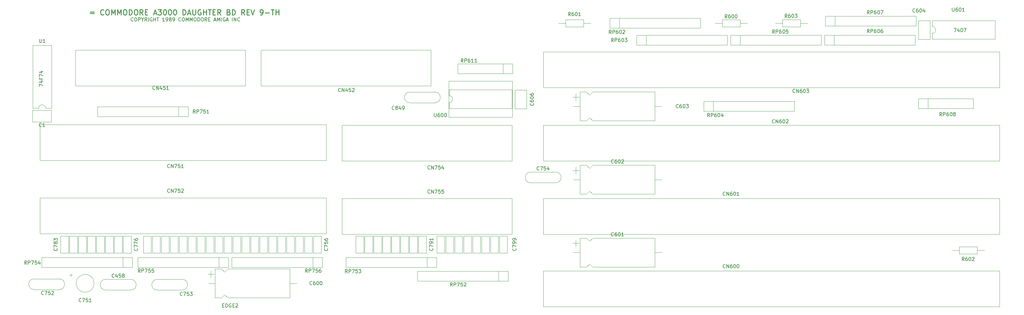
<source format=gbr>
G04 #@! TF.GenerationSoftware,KiCad,Pcbnew,(5.1.6)-1*
G04 #@! TF.CreationDate,2022-01-22T19:31:02+00:00*
G04 #@! TF.ProjectId,Daughterboard,44617567-6874-4657-9262-6f6172642e6b,rev?*
G04 #@! TF.SameCoordinates,Original*
G04 #@! TF.FileFunction,Legend,Top*
G04 #@! TF.FilePolarity,Positive*
%FSLAX46Y46*%
G04 Gerber Fmt 4.6, Leading zero omitted, Abs format (unit mm)*
G04 Created by KiCad (PCBNEW (5.1.6)-1) date 2022-01-22 19:31:02*
%MOMM*%
%LPD*%
G01*
G04 APERTURE LIST*
%ADD10C,0.150000*%
%ADD11C,0.230000*%
%ADD12C,0.120000*%
G04 APERTURE END LIST*
D10*
X35736476Y-64619142D02*
X35688857Y-64666761D01*
X35546000Y-64714380D01*
X35450761Y-64714380D01*
X35307904Y-64666761D01*
X35212666Y-64571523D01*
X35165047Y-64476285D01*
X35117428Y-64285809D01*
X35117428Y-64142952D01*
X35165047Y-63952476D01*
X35212666Y-63857238D01*
X35307904Y-63762000D01*
X35450761Y-63714380D01*
X35546000Y-63714380D01*
X35688857Y-63762000D01*
X35736476Y-63809619D01*
X36355523Y-63714380D02*
X36546000Y-63714380D01*
X36641238Y-63762000D01*
X36736476Y-63857238D01*
X36784095Y-64047714D01*
X36784095Y-64381047D01*
X36736476Y-64571523D01*
X36641238Y-64666761D01*
X36546000Y-64714380D01*
X36355523Y-64714380D01*
X36260285Y-64666761D01*
X36165047Y-64571523D01*
X36117428Y-64381047D01*
X36117428Y-64047714D01*
X36165047Y-63857238D01*
X36260285Y-63762000D01*
X36355523Y-63714380D01*
X37212666Y-64714380D02*
X37212666Y-63714380D01*
X37593619Y-63714380D01*
X37688857Y-63762000D01*
X37736476Y-63809619D01*
X37784095Y-63904857D01*
X37784095Y-64047714D01*
X37736476Y-64142952D01*
X37688857Y-64190571D01*
X37593619Y-64238190D01*
X37212666Y-64238190D01*
X38403142Y-64238190D02*
X38403142Y-64714380D01*
X38069809Y-63714380D02*
X38403142Y-64238190D01*
X38736476Y-63714380D01*
X39641238Y-64714380D02*
X39307904Y-64238190D01*
X39069809Y-64714380D02*
X39069809Y-63714380D01*
X39450761Y-63714380D01*
X39546000Y-63762000D01*
X39593619Y-63809619D01*
X39641238Y-63904857D01*
X39641238Y-64047714D01*
X39593619Y-64142952D01*
X39546000Y-64190571D01*
X39450761Y-64238190D01*
X39069809Y-64238190D01*
X40069809Y-64714380D02*
X40069809Y-63714380D01*
X41069809Y-63762000D02*
X40974571Y-63714380D01*
X40831714Y-63714380D01*
X40688857Y-63762000D01*
X40593619Y-63857238D01*
X40546000Y-63952476D01*
X40498380Y-64142952D01*
X40498380Y-64285809D01*
X40546000Y-64476285D01*
X40593619Y-64571523D01*
X40688857Y-64666761D01*
X40831714Y-64714380D01*
X40926952Y-64714380D01*
X41069809Y-64666761D01*
X41117428Y-64619142D01*
X41117428Y-64285809D01*
X40926952Y-64285809D01*
X41546000Y-64714380D02*
X41546000Y-63714380D01*
X41546000Y-64190571D02*
X42117428Y-64190571D01*
X42117428Y-64714380D02*
X42117428Y-63714380D01*
X42450761Y-63714380D02*
X43022190Y-63714380D01*
X42736476Y-64714380D02*
X42736476Y-63714380D01*
X44641238Y-64714380D02*
X44069809Y-64714380D01*
X44355523Y-64714380D02*
X44355523Y-63714380D01*
X44260285Y-63857238D01*
X44165047Y-63952476D01*
X44069809Y-64000095D01*
X45117428Y-64714380D02*
X45307904Y-64714380D01*
X45403142Y-64666761D01*
X45450761Y-64619142D01*
X45546000Y-64476285D01*
X45593619Y-64285809D01*
X45593619Y-63904857D01*
X45546000Y-63809619D01*
X45498380Y-63762000D01*
X45403142Y-63714380D01*
X45212666Y-63714380D01*
X45117428Y-63762000D01*
X45069809Y-63809619D01*
X45022190Y-63904857D01*
X45022190Y-64142952D01*
X45069809Y-64238190D01*
X45117428Y-64285809D01*
X45212666Y-64333428D01*
X45403142Y-64333428D01*
X45498380Y-64285809D01*
X45546000Y-64238190D01*
X45593619Y-64142952D01*
X46165047Y-64142952D02*
X46069809Y-64095333D01*
X46022190Y-64047714D01*
X45974571Y-63952476D01*
X45974571Y-63904857D01*
X46022190Y-63809619D01*
X46069809Y-63762000D01*
X46165047Y-63714380D01*
X46355523Y-63714380D01*
X46450761Y-63762000D01*
X46498380Y-63809619D01*
X46546000Y-63904857D01*
X46546000Y-63952476D01*
X46498380Y-64047714D01*
X46450761Y-64095333D01*
X46355523Y-64142952D01*
X46165047Y-64142952D01*
X46069809Y-64190571D01*
X46022190Y-64238190D01*
X45974571Y-64333428D01*
X45974571Y-64523904D01*
X46022190Y-64619142D01*
X46069809Y-64666761D01*
X46165047Y-64714380D01*
X46355523Y-64714380D01*
X46450761Y-64666761D01*
X46498380Y-64619142D01*
X46546000Y-64523904D01*
X46546000Y-64333428D01*
X46498380Y-64238190D01*
X46450761Y-64190571D01*
X46355523Y-64142952D01*
X47022190Y-64714380D02*
X47212666Y-64714380D01*
X47307904Y-64666761D01*
X47355523Y-64619142D01*
X47450761Y-64476285D01*
X47498380Y-64285809D01*
X47498380Y-63904857D01*
X47450761Y-63809619D01*
X47403142Y-63762000D01*
X47307904Y-63714380D01*
X47117428Y-63714380D01*
X47022190Y-63762000D01*
X46974571Y-63809619D01*
X46926952Y-63904857D01*
X46926952Y-64142952D01*
X46974571Y-64238190D01*
X47022190Y-64285809D01*
X47117428Y-64333428D01*
X47307904Y-64333428D01*
X47403142Y-64285809D01*
X47450761Y-64238190D01*
X47498380Y-64142952D01*
X49260285Y-64619142D02*
X49212666Y-64666761D01*
X49069809Y-64714380D01*
X48974571Y-64714380D01*
X48831714Y-64666761D01*
X48736476Y-64571523D01*
X48688857Y-64476285D01*
X48641238Y-64285809D01*
X48641238Y-64142952D01*
X48688857Y-63952476D01*
X48736476Y-63857238D01*
X48831714Y-63762000D01*
X48974571Y-63714380D01*
X49069809Y-63714380D01*
X49212666Y-63762000D01*
X49260285Y-63809619D01*
X49879333Y-63714380D02*
X50069809Y-63714380D01*
X50165047Y-63762000D01*
X50260285Y-63857238D01*
X50307904Y-64047714D01*
X50307904Y-64381047D01*
X50260285Y-64571523D01*
X50165047Y-64666761D01*
X50069809Y-64714380D01*
X49879333Y-64714380D01*
X49784095Y-64666761D01*
X49688857Y-64571523D01*
X49641238Y-64381047D01*
X49641238Y-64047714D01*
X49688857Y-63857238D01*
X49784095Y-63762000D01*
X49879333Y-63714380D01*
X50736476Y-64714380D02*
X50736476Y-63714380D01*
X51069809Y-64428666D01*
X51403142Y-63714380D01*
X51403142Y-64714380D01*
X51879333Y-64714380D02*
X51879333Y-63714380D01*
X52212666Y-64428666D01*
X52545999Y-63714380D01*
X52545999Y-64714380D01*
X53212666Y-63714380D02*
X53403142Y-63714380D01*
X53498380Y-63762000D01*
X53593619Y-63857238D01*
X53641238Y-64047714D01*
X53641238Y-64381047D01*
X53593619Y-64571523D01*
X53498380Y-64666761D01*
X53403142Y-64714380D01*
X53212666Y-64714380D01*
X53117428Y-64666761D01*
X53022190Y-64571523D01*
X52974571Y-64381047D01*
X52974571Y-64047714D01*
X53022190Y-63857238D01*
X53117428Y-63762000D01*
X53212666Y-63714380D01*
X54069809Y-64714380D02*
X54069809Y-63714380D01*
X54307904Y-63714380D01*
X54450761Y-63762000D01*
X54545999Y-63857238D01*
X54593619Y-63952476D01*
X54641238Y-64142952D01*
X54641238Y-64285809D01*
X54593619Y-64476285D01*
X54545999Y-64571523D01*
X54450761Y-64666761D01*
X54307904Y-64714380D01*
X54069809Y-64714380D01*
X55260285Y-63714380D02*
X55450761Y-63714380D01*
X55545999Y-63762000D01*
X55641238Y-63857238D01*
X55688857Y-64047714D01*
X55688857Y-64381047D01*
X55641238Y-64571523D01*
X55545999Y-64666761D01*
X55450761Y-64714380D01*
X55260285Y-64714380D01*
X55165047Y-64666761D01*
X55069809Y-64571523D01*
X55022190Y-64381047D01*
X55022190Y-64047714D01*
X55069809Y-63857238D01*
X55165047Y-63762000D01*
X55260285Y-63714380D01*
X56688857Y-64714380D02*
X56355523Y-64238190D01*
X56117428Y-64714380D02*
X56117428Y-63714380D01*
X56498380Y-63714380D01*
X56593619Y-63762000D01*
X56641238Y-63809619D01*
X56688857Y-63904857D01*
X56688857Y-64047714D01*
X56641238Y-64142952D01*
X56593619Y-64190571D01*
X56498380Y-64238190D01*
X56117428Y-64238190D01*
X57117428Y-64190571D02*
X57450761Y-64190571D01*
X57593619Y-64714380D02*
X57117428Y-64714380D01*
X57117428Y-63714380D01*
X57593619Y-63714380D01*
X58736476Y-64428666D02*
X59212666Y-64428666D01*
X58641238Y-64714380D02*
X58974571Y-63714380D01*
X59307904Y-64714380D01*
X59641238Y-64714380D02*
X59641238Y-63714380D01*
X59974571Y-64428666D01*
X60307904Y-63714380D01*
X60307904Y-64714380D01*
X60784095Y-64714380D02*
X60784095Y-63714380D01*
X61784095Y-63762000D02*
X61688857Y-63714380D01*
X61545999Y-63714380D01*
X61403142Y-63762000D01*
X61307904Y-63857238D01*
X61260285Y-63952476D01*
X61212666Y-64142952D01*
X61212666Y-64285809D01*
X61260285Y-64476285D01*
X61307904Y-64571523D01*
X61403142Y-64666761D01*
X61545999Y-64714380D01*
X61641238Y-64714380D01*
X61784095Y-64666761D01*
X61831714Y-64619142D01*
X61831714Y-64285809D01*
X61641238Y-64285809D01*
X62212666Y-64428666D02*
X62688857Y-64428666D01*
X62117428Y-64714380D02*
X62450761Y-63714380D01*
X62784095Y-64714380D01*
X63879333Y-64714380D02*
X63879333Y-63714380D01*
X64355523Y-64714380D02*
X64355523Y-63714380D01*
X64926952Y-64714380D01*
X64926952Y-63714380D01*
X65974571Y-64619142D02*
X65926952Y-64666761D01*
X65784095Y-64714380D01*
X65688857Y-64714380D01*
X65546000Y-64666761D01*
X65450761Y-64571523D01*
X65403142Y-64476285D01*
X65355523Y-64285809D01*
X65355523Y-64142952D01*
X65403142Y-63952476D01*
X65450761Y-63857238D01*
X65546000Y-63762000D01*
X65688857Y-63714380D01*
X65784095Y-63714380D01*
X65926952Y-63762000D01*
X65974571Y-63809619D01*
D11*
X23506285Y-62122857D02*
X24649142Y-62122857D01*
X24649142Y-62551428D02*
X23506285Y-62551428D01*
X27363428Y-62765714D02*
X27292000Y-62837142D01*
X27077714Y-62908571D01*
X26934857Y-62908571D01*
X26720571Y-62837142D01*
X26577714Y-62694285D01*
X26506285Y-62551428D01*
X26434857Y-62265714D01*
X26434857Y-62051428D01*
X26506285Y-61765714D01*
X26577714Y-61622857D01*
X26720571Y-61480000D01*
X26934857Y-61408571D01*
X27077714Y-61408571D01*
X27292000Y-61480000D01*
X27363428Y-61551428D01*
X28292000Y-61408571D02*
X28577714Y-61408571D01*
X28720571Y-61480000D01*
X28863428Y-61622857D01*
X28934857Y-61908571D01*
X28934857Y-62408571D01*
X28863428Y-62694285D01*
X28720571Y-62837142D01*
X28577714Y-62908571D01*
X28292000Y-62908571D01*
X28149142Y-62837142D01*
X28006285Y-62694285D01*
X27934857Y-62408571D01*
X27934857Y-61908571D01*
X28006285Y-61622857D01*
X28149142Y-61480000D01*
X28292000Y-61408571D01*
X29577714Y-62908571D02*
X29577714Y-61408571D01*
X30077714Y-62480000D01*
X30577714Y-61408571D01*
X30577714Y-62908571D01*
X31292000Y-62908571D02*
X31292000Y-61408571D01*
X31792000Y-62480000D01*
X32292000Y-61408571D01*
X32292000Y-62908571D01*
X33292000Y-61408571D02*
X33577714Y-61408571D01*
X33720571Y-61480000D01*
X33863428Y-61622857D01*
X33934857Y-61908571D01*
X33934857Y-62408571D01*
X33863428Y-62694285D01*
X33720571Y-62837142D01*
X33577714Y-62908571D01*
X33292000Y-62908571D01*
X33149142Y-62837142D01*
X33006285Y-62694285D01*
X32934857Y-62408571D01*
X32934857Y-61908571D01*
X33006285Y-61622857D01*
X33149142Y-61480000D01*
X33292000Y-61408571D01*
X34577714Y-62908571D02*
X34577714Y-61408571D01*
X34934857Y-61408571D01*
X35149142Y-61480000D01*
X35292000Y-61622857D01*
X35363428Y-61765714D01*
X35434857Y-62051428D01*
X35434857Y-62265714D01*
X35363428Y-62551428D01*
X35292000Y-62694285D01*
X35149142Y-62837142D01*
X34934857Y-62908571D01*
X34577714Y-62908571D01*
X36363428Y-61408571D02*
X36649142Y-61408571D01*
X36792000Y-61480000D01*
X36934857Y-61622857D01*
X37006285Y-61908571D01*
X37006285Y-62408571D01*
X36934857Y-62694285D01*
X36792000Y-62837142D01*
X36649142Y-62908571D01*
X36363428Y-62908571D01*
X36220571Y-62837142D01*
X36077714Y-62694285D01*
X36006285Y-62408571D01*
X36006285Y-61908571D01*
X36077714Y-61622857D01*
X36220571Y-61480000D01*
X36363428Y-61408571D01*
X38506285Y-62908571D02*
X38006285Y-62194285D01*
X37649142Y-62908571D02*
X37649142Y-61408571D01*
X38220571Y-61408571D01*
X38363428Y-61480000D01*
X38434857Y-61551428D01*
X38506285Y-61694285D01*
X38506285Y-61908571D01*
X38434857Y-62051428D01*
X38363428Y-62122857D01*
X38220571Y-62194285D01*
X37649142Y-62194285D01*
X39149142Y-62122857D02*
X39649142Y-62122857D01*
X39863428Y-62908571D02*
X39149142Y-62908571D01*
X39149142Y-61408571D01*
X39863428Y-61408571D01*
X41577714Y-62480000D02*
X42292000Y-62480000D01*
X41434857Y-62908571D02*
X41934857Y-61408571D01*
X42434857Y-62908571D01*
X42792000Y-61408571D02*
X43720571Y-61408571D01*
X43220571Y-61980000D01*
X43434857Y-61980000D01*
X43577714Y-62051428D01*
X43649142Y-62122857D01*
X43720571Y-62265714D01*
X43720571Y-62622857D01*
X43649142Y-62765714D01*
X43577714Y-62837142D01*
X43434857Y-62908571D01*
X43006285Y-62908571D01*
X42863428Y-62837142D01*
X42792000Y-62765714D01*
X44649142Y-61408571D02*
X44792000Y-61408571D01*
X44934857Y-61480000D01*
X45006285Y-61551428D01*
X45077714Y-61694285D01*
X45149142Y-61980000D01*
X45149142Y-62337142D01*
X45077714Y-62622857D01*
X45006285Y-62765714D01*
X44934857Y-62837142D01*
X44792000Y-62908571D01*
X44649142Y-62908571D01*
X44506285Y-62837142D01*
X44434857Y-62765714D01*
X44363428Y-62622857D01*
X44292000Y-62337142D01*
X44292000Y-61980000D01*
X44363428Y-61694285D01*
X44434857Y-61551428D01*
X44506285Y-61480000D01*
X44649142Y-61408571D01*
X46077714Y-61408571D02*
X46220571Y-61408571D01*
X46363428Y-61480000D01*
X46434857Y-61551428D01*
X46506285Y-61694285D01*
X46577714Y-61980000D01*
X46577714Y-62337142D01*
X46506285Y-62622857D01*
X46434857Y-62765714D01*
X46363428Y-62837142D01*
X46220571Y-62908571D01*
X46077714Y-62908571D01*
X45934857Y-62837142D01*
X45863428Y-62765714D01*
X45792000Y-62622857D01*
X45720571Y-62337142D01*
X45720571Y-61980000D01*
X45792000Y-61694285D01*
X45863428Y-61551428D01*
X45934857Y-61480000D01*
X46077714Y-61408571D01*
X47506285Y-61408571D02*
X47649142Y-61408571D01*
X47792000Y-61480000D01*
X47863428Y-61551428D01*
X47934857Y-61694285D01*
X48006285Y-61980000D01*
X48006285Y-62337142D01*
X47934857Y-62622857D01*
X47863428Y-62765714D01*
X47792000Y-62837142D01*
X47649142Y-62908571D01*
X47506285Y-62908571D01*
X47363428Y-62837142D01*
X47292000Y-62765714D01*
X47220571Y-62622857D01*
X47149142Y-62337142D01*
X47149142Y-61980000D01*
X47220571Y-61694285D01*
X47292000Y-61551428D01*
X47363428Y-61480000D01*
X47506285Y-61408571D01*
X49792000Y-62908571D02*
X49792000Y-61408571D01*
X50149142Y-61408571D01*
X50363428Y-61480000D01*
X50506285Y-61622857D01*
X50577714Y-61765714D01*
X50649142Y-62051428D01*
X50649142Y-62265714D01*
X50577714Y-62551428D01*
X50506285Y-62694285D01*
X50363428Y-62837142D01*
X50149142Y-62908571D01*
X49792000Y-62908571D01*
X51220571Y-62480000D02*
X51934857Y-62480000D01*
X51077714Y-62908571D02*
X51577714Y-61408571D01*
X52077714Y-62908571D01*
X52577714Y-61408571D02*
X52577714Y-62622857D01*
X52649142Y-62765714D01*
X52720571Y-62837142D01*
X52863428Y-62908571D01*
X53149142Y-62908571D01*
X53292000Y-62837142D01*
X53363428Y-62765714D01*
X53434857Y-62622857D01*
X53434857Y-61408571D01*
X54934857Y-61480000D02*
X54792000Y-61408571D01*
X54577714Y-61408571D01*
X54363428Y-61480000D01*
X54220571Y-61622857D01*
X54149142Y-61765714D01*
X54077714Y-62051428D01*
X54077714Y-62265714D01*
X54149142Y-62551428D01*
X54220571Y-62694285D01*
X54363428Y-62837142D01*
X54577714Y-62908571D01*
X54720571Y-62908571D01*
X54934857Y-62837142D01*
X55006285Y-62765714D01*
X55006285Y-62265714D01*
X54720571Y-62265714D01*
X55649142Y-62908571D02*
X55649142Y-61408571D01*
X55649142Y-62122857D02*
X56506285Y-62122857D01*
X56506285Y-62908571D02*
X56506285Y-61408571D01*
X57006285Y-61408571D02*
X57863428Y-61408571D01*
X57434857Y-62908571D02*
X57434857Y-61408571D01*
X58363428Y-62122857D02*
X58863428Y-62122857D01*
X59077714Y-62908571D02*
X58363428Y-62908571D01*
X58363428Y-61408571D01*
X59077714Y-61408571D01*
X60577714Y-62908571D02*
X60077714Y-62194285D01*
X59720571Y-62908571D02*
X59720571Y-61408571D01*
X60292000Y-61408571D01*
X60434857Y-61480000D01*
X60506285Y-61551428D01*
X60577714Y-61694285D01*
X60577714Y-61908571D01*
X60506285Y-62051428D01*
X60434857Y-62122857D01*
X60292000Y-62194285D01*
X59720571Y-62194285D01*
X62863428Y-62122857D02*
X63077714Y-62194285D01*
X63149142Y-62265714D01*
X63220571Y-62408571D01*
X63220571Y-62622857D01*
X63149142Y-62765714D01*
X63077714Y-62837142D01*
X62934857Y-62908571D01*
X62363428Y-62908571D01*
X62363428Y-61408571D01*
X62863428Y-61408571D01*
X63006285Y-61480000D01*
X63077714Y-61551428D01*
X63149142Y-61694285D01*
X63149142Y-61837142D01*
X63077714Y-61980000D01*
X63006285Y-62051428D01*
X62863428Y-62122857D01*
X62363428Y-62122857D01*
X63863428Y-62908571D02*
X63863428Y-61408571D01*
X64220571Y-61408571D01*
X64434857Y-61480000D01*
X64577714Y-61622857D01*
X64649142Y-61765714D01*
X64720571Y-62051428D01*
X64720571Y-62265714D01*
X64649142Y-62551428D01*
X64577714Y-62694285D01*
X64434857Y-62837142D01*
X64220571Y-62908571D01*
X63863428Y-62908571D01*
X67363428Y-62908571D02*
X66863428Y-62194285D01*
X66506285Y-62908571D02*
X66506285Y-61408571D01*
X67077714Y-61408571D01*
X67220571Y-61480000D01*
X67292000Y-61551428D01*
X67363428Y-61694285D01*
X67363428Y-61908571D01*
X67292000Y-62051428D01*
X67220571Y-62122857D01*
X67077714Y-62194285D01*
X66506285Y-62194285D01*
X68006285Y-62122857D02*
X68506285Y-62122857D01*
X68720571Y-62908571D02*
X68006285Y-62908571D01*
X68006285Y-61408571D01*
X68720571Y-61408571D01*
X69149142Y-61408571D02*
X69649142Y-62908571D01*
X70149142Y-61408571D01*
X71863428Y-62908571D02*
X72149142Y-62908571D01*
X72292000Y-62837142D01*
X72363428Y-62765714D01*
X72506285Y-62551428D01*
X72577714Y-62265714D01*
X72577714Y-61694285D01*
X72506285Y-61551428D01*
X72434857Y-61480000D01*
X72292000Y-61408571D01*
X72006285Y-61408571D01*
X71863428Y-61480000D01*
X71792000Y-61551428D01*
X71720571Y-61694285D01*
X71720571Y-62051428D01*
X71792000Y-62194285D01*
X71863428Y-62265714D01*
X72006285Y-62337142D01*
X72292000Y-62337142D01*
X72434857Y-62265714D01*
X72506285Y-62194285D01*
X72577714Y-62051428D01*
X73220571Y-62337142D02*
X74363428Y-62337142D01*
X74863428Y-61408571D02*
X75720571Y-61408571D01*
X75292000Y-62908571D02*
X75292000Y-61408571D01*
X76220571Y-62908571D02*
X76220571Y-61408571D01*
X76220571Y-62122857D02*
X77077714Y-62122857D01*
X77077714Y-62908571D02*
X77077714Y-61408571D01*
D12*
G04 #@! TO.C,CN752*
X9271000Y-114935000D02*
X9271000Y-125095000D01*
X9271000Y-114935000D02*
X90551000Y-114935000D01*
X90551000Y-125095000D02*
X9271000Y-125095000D01*
X90551000Y-125095000D02*
X90551000Y-114935000D01*
G04 #@! TO.C,CN600*
X153416000Y-145796000D02*
X152146000Y-145796000D01*
X153416000Y-135636000D02*
X152146000Y-135636000D01*
X280416000Y-145796000D02*
X281686000Y-145796000D01*
X280416000Y-135636000D02*
X281686000Y-135636000D01*
X153416000Y-145796000D02*
X280416000Y-145796000D01*
X281686000Y-145796000D02*
X281686000Y-135636000D01*
X280416000Y-135636000D02*
X153416000Y-135636000D01*
X152146000Y-135636000D02*
X152146000Y-145796000D01*
G04 #@! TO.C,CN603*
X153416000Y-83566000D02*
X152146000Y-83566000D01*
X153416000Y-73406000D02*
X152146000Y-73406000D01*
X280416000Y-83566000D02*
X281686000Y-83566000D01*
X280416000Y-73406000D02*
X281686000Y-73406000D01*
X153416000Y-83566000D02*
X280416000Y-83566000D01*
X281686000Y-83566000D02*
X281686000Y-73406000D01*
X280416000Y-73406000D02*
X153416000Y-73406000D01*
X152146000Y-73406000D02*
X152146000Y-83566000D01*
G04 #@! TO.C,C751*
X24638000Y-139192000D02*
G75*
G03*
X24638000Y-139192000I-2540000J0D01*
G01*
X17648302Y-136877000D02*
X18448302Y-136877000D01*
X18048302Y-136477000D02*
X18048302Y-137277000D01*
G04 #@! TO.C,CN755*
X143256000Y-125222000D02*
X143256000Y-115062000D01*
X143256000Y-125222000D02*
X94996000Y-125222000D01*
X94996000Y-115062000D02*
X143256000Y-115062000D01*
X94996000Y-115062000D02*
X94996000Y-125222000D01*
G04 #@! TO.C,RP752*
X139446000Y-138560000D02*
X139446000Y-135760000D01*
X116416000Y-138560000D02*
X142156000Y-138560000D01*
X116416000Y-135760000D02*
X116416000Y-138560000D01*
X142156000Y-135760000D02*
X116416000Y-135760000D01*
X142156000Y-138560000D02*
X142156000Y-135760000D01*
G04 #@! TO.C,RP753*
X119126000Y-134623000D02*
X119126000Y-131823000D01*
X96096000Y-134623000D02*
X121836000Y-134623000D01*
X96096000Y-131823000D02*
X96096000Y-134623000D01*
X121836000Y-131823000D02*
X96096000Y-131823000D01*
X121836000Y-134623000D02*
X121836000Y-131823000D01*
G04 #@! TO.C,C458*
X27940000Y-141097000D02*
X35052000Y-141097000D01*
X35052000Y-138049000D02*
X27940000Y-138049000D01*
X35052000Y-138049000D02*
G75*
G02*
X35052000Y-141097000I0J-1524000D01*
G01*
X27940000Y-141097000D02*
G75*
G02*
X27940000Y-138049000I0J1524000D01*
G01*
G04 #@! TO.C,C752*
X7620000Y-140970000D02*
X14732000Y-140970000D01*
X14732000Y-137922000D02*
X7620000Y-137922000D01*
X14732000Y-137922000D02*
G75*
G02*
X14732000Y-140970000I0J-1524000D01*
G01*
X7620000Y-140970000D02*
G75*
G02*
X7620000Y-137922000I0J1524000D01*
G01*
G04 #@! TO.C,C753*
X42545000Y-141097000D02*
X49657000Y-141097000D01*
X49657000Y-138049000D02*
X42545000Y-138049000D01*
X49657000Y-138049000D02*
G75*
G02*
X49657000Y-141097000I0J-1524000D01*
G01*
X42545000Y-141097000D02*
G75*
G02*
X42545000Y-138049000I0J1524000D01*
G01*
G04 #@! TO.C,C754*
X148590000Y-110617000D02*
X155702000Y-110617000D01*
X155702000Y-107569000D02*
X148590000Y-107569000D01*
X155702000Y-107569000D02*
G75*
G02*
X155702000Y-110617000I0J-1524000D01*
G01*
X148590000Y-110617000D02*
G75*
G02*
X148590000Y-107569000I0J1524000D01*
G01*
G04 #@! TO.C,C849*
X114300000Y-87884000D02*
X121412000Y-87884000D01*
X121412000Y-84836000D02*
X114300000Y-84836000D01*
X121412000Y-84836000D02*
G75*
G02*
X121412000Y-87884000I0J-1524000D01*
G01*
X114300000Y-87884000D02*
G75*
G02*
X114300000Y-84836000I0J1524000D01*
G01*
G04 #@! TO.C,CN451*
X19304000Y-72898000D02*
X67564000Y-72898000D01*
X67564000Y-83058000D02*
X19304000Y-83058000D01*
X67564000Y-83058000D02*
X67564000Y-72898000D01*
X19304000Y-72898000D02*
X19304000Y-83058000D01*
G04 #@! TO.C,CN452*
X72009000Y-72898000D02*
X120269000Y-72898000D01*
X120269000Y-83058000D02*
X72009000Y-83058000D01*
X120269000Y-83058000D02*
X120269000Y-72898000D01*
X72009000Y-72898000D02*
X72009000Y-83058000D01*
G04 #@! TO.C,CN751*
X9271000Y-94107000D02*
X9271000Y-104267000D01*
X9271000Y-94107000D02*
X90551000Y-94107000D01*
X90551000Y-104267000D02*
X9271000Y-104267000D01*
X90551000Y-104267000D02*
X90551000Y-94107000D01*
G04 #@! TO.C,CN754*
X143256000Y-104394000D02*
X143256000Y-94234000D01*
X143256000Y-104394000D02*
X94996000Y-104394000D01*
X94996000Y-94234000D02*
X143256000Y-94234000D01*
X94996000Y-94234000D02*
X94996000Y-104394000D01*
G04 #@! TO.C,CN602*
X153416000Y-104394000D02*
X152146000Y-104394000D01*
X153416000Y-94234000D02*
X152146000Y-94234000D01*
X280416000Y-104394000D02*
X281686000Y-104394000D01*
X280416000Y-94234000D02*
X281686000Y-94234000D01*
X153416000Y-104394000D02*
X280416000Y-104394000D01*
X281686000Y-104394000D02*
X281686000Y-94234000D01*
X280416000Y-94234000D02*
X153416000Y-94234000D01*
X152146000Y-94234000D02*
X152146000Y-104394000D01*
G04 #@! TO.C,CN601*
X153416000Y-125222000D02*
X152146000Y-125222000D01*
X153416000Y-115062000D02*
X152146000Y-115062000D01*
X280416000Y-125222000D02*
X281686000Y-125222000D01*
X280416000Y-115062000D02*
X281686000Y-115062000D01*
X153416000Y-125222000D02*
X280416000Y-125222000D01*
X281686000Y-125222000D02*
X281686000Y-115062000D01*
X280416000Y-115062000D02*
X153416000Y-115062000D01*
X152146000Y-115062000D02*
X152146000Y-125222000D01*
G04 #@! TO.C,R601*
X163576000Y-66294000D02*
X162560000Y-66294000D01*
X162560000Y-64262000D02*
X163576000Y-64262000D01*
X163576000Y-65278000D02*
X165608000Y-65278000D01*
X158496000Y-65278000D02*
X156464000Y-65278000D01*
X162560000Y-64262000D02*
X158496000Y-64262000D01*
X163576000Y-66294000D02*
X163576000Y-64262000D01*
X158496000Y-66294000D02*
X162560000Y-66294000D01*
X158496000Y-64262000D02*
X158496000Y-66294000D01*
G04 #@! TO.C,R603*
X225171000Y-66294000D02*
X224155000Y-66294000D01*
X224155000Y-64262000D02*
X225171000Y-64262000D01*
X225171000Y-65278000D02*
X227203000Y-65278000D01*
X220091000Y-65278000D02*
X218059000Y-65278000D01*
X224155000Y-64262000D02*
X220091000Y-64262000D01*
X225171000Y-66294000D02*
X225171000Y-64262000D01*
X220091000Y-66294000D02*
X224155000Y-66294000D01*
X220091000Y-64262000D02*
X220091000Y-66294000D01*
G04 #@! TO.C,C602*
X185818000Y-109728000D02*
X183878000Y-109728000D01*
X160698000Y-109728000D02*
X162638000Y-109728000D01*
X166238000Y-113848000D02*
X183878000Y-113848000D01*
X165338000Y-112948000D02*
X166238000Y-113848000D01*
X164438000Y-113848000D02*
X165338000Y-112948000D01*
X162638000Y-113848000D02*
X164438000Y-113848000D01*
X166238000Y-105608000D02*
X183878000Y-105608000D01*
X165338000Y-106508000D02*
X166238000Y-105608000D01*
X164438000Y-105608000D02*
X165338000Y-106508000D01*
X162638000Y-105608000D02*
X164438000Y-105608000D01*
X183878000Y-105608000D02*
X183878000Y-113848000D01*
X162638000Y-105608000D02*
X162638000Y-113848000D01*
X161438000Y-106228000D02*
X161438000Y-108028000D01*
X160538000Y-107128000D02*
X162338000Y-107128000D01*
G04 #@! TO.C,C603*
X185818000Y-88900000D02*
X183878000Y-88900000D01*
X160698000Y-88900000D02*
X162638000Y-88900000D01*
X166238000Y-93020000D02*
X183878000Y-93020000D01*
X165338000Y-92120000D02*
X166238000Y-93020000D01*
X164438000Y-93020000D02*
X165338000Y-92120000D01*
X162638000Y-93020000D02*
X164438000Y-93020000D01*
X166238000Y-84780000D02*
X183878000Y-84780000D01*
X165338000Y-85680000D02*
X166238000Y-84780000D01*
X164438000Y-84780000D02*
X165338000Y-85680000D01*
X162638000Y-84780000D02*
X164438000Y-84780000D01*
X183878000Y-84780000D02*
X183878000Y-93020000D01*
X162638000Y-84780000D02*
X162638000Y-93020000D01*
X161438000Y-85400000D02*
X161438000Y-87200000D01*
X160538000Y-86300000D02*
X162338000Y-86300000D01*
G04 #@! TO.C,R602*
X270256000Y-128778000D02*
X271272000Y-128778000D01*
X271272000Y-130810000D02*
X270256000Y-130810000D01*
X270256000Y-129794000D02*
X268224000Y-129794000D01*
X275336000Y-129794000D02*
X277368000Y-129794000D01*
X271272000Y-130810000D02*
X275336000Y-130810000D01*
X270256000Y-128778000D02*
X270256000Y-130810000D01*
X275336000Y-128778000D02*
X271272000Y-128778000D01*
X275336000Y-130810000D02*
X275336000Y-128778000D01*
G04 #@! TO.C,C601*
X185818000Y-130429000D02*
X183878000Y-130429000D01*
X160698000Y-130429000D02*
X162638000Y-130429000D01*
X166238000Y-134549000D02*
X183878000Y-134549000D01*
X165338000Y-133649000D02*
X166238000Y-134549000D01*
X164438000Y-134549000D02*
X165338000Y-133649000D01*
X162638000Y-134549000D02*
X164438000Y-134549000D01*
X166238000Y-126309000D02*
X183878000Y-126309000D01*
X165338000Y-127209000D02*
X166238000Y-126309000D01*
X164438000Y-126309000D02*
X165338000Y-127209000D01*
X162638000Y-126309000D02*
X164438000Y-126309000D01*
X183878000Y-126309000D02*
X183878000Y-134549000D01*
X162638000Y-126309000D02*
X162638000Y-134549000D01*
X161438000Y-126929000D02*
X161438000Y-128729000D01*
X160538000Y-127829000D02*
X162338000Y-127829000D01*
G04 #@! TO.C,U600*
X125416000Y-87868000D02*
X125416000Y-89518000D01*
X125416000Y-89518000D02*
X143316000Y-89518000D01*
X143316000Y-89518000D02*
X143316000Y-84218000D01*
X143316000Y-84218000D02*
X125416000Y-84218000D01*
X125416000Y-84218000D02*
X125416000Y-85868000D01*
X125356000Y-92008000D02*
X143376000Y-92008000D01*
X143376000Y-92008000D02*
X143376000Y-81728000D01*
X143376000Y-81728000D02*
X125356000Y-81728000D01*
X125356000Y-81728000D02*
X125356000Y-92008000D01*
X125416000Y-85868000D02*
G75*
G02*
X125416000Y-87868000I0J-1000000D01*
G01*
G04 #@! TO.C,C784*
X98956000Y-130583000D02*
X98956000Y-125743000D01*
X101196000Y-130583000D02*
X101196000Y-125743000D01*
X98956000Y-130583000D02*
X101196000Y-130583000D01*
X98956000Y-125743000D02*
X101196000Y-125743000D01*
G04 #@! TO.C,C785*
X101496000Y-130583000D02*
X101496000Y-125743000D01*
X103736000Y-130583000D02*
X103736000Y-125743000D01*
X101496000Y-130583000D02*
X103736000Y-130583000D01*
X101496000Y-125743000D02*
X103736000Y-125743000D01*
G04 #@! TO.C,C788*
X109116000Y-130583000D02*
X109116000Y-125743000D01*
X111356000Y-130583000D02*
X111356000Y-125743000D01*
X109116000Y-130583000D02*
X111356000Y-130583000D01*
X109116000Y-125743000D02*
X111356000Y-125743000D01*
G04 #@! TO.C,C786*
X104036000Y-130583000D02*
X104036000Y-125743000D01*
X106276000Y-130583000D02*
X106276000Y-125743000D01*
X104036000Y-130583000D02*
X106276000Y-130583000D01*
X104036000Y-125743000D02*
X106276000Y-125743000D01*
G04 #@! TO.C,C787*
X106576000Y-130583000D02*
X106576000Y-125743000D01*
X108816000Y-130583000D02*
X108816000Y-125743000D01*
X106576000Y-130583000D02*
X108816000Y-130583000D01*
X106576000Y-125743000D02*
X108816000Y-125743000D01*
G04 #@! TO.C,C789*
X111656000Y-130583000D02*
X111656000Y-125743000D01*
X113896000Y-130583000D02*
X113896000Y-125743000D01*
X111656000Y-130583000D02*
X113896000Y-130583000D01*
X111656000Y-125743000D02*
X113896000Y-125743000D01*
G04 #@! TO.C,C790*
X114196000Y-130583000D02*
X114196000Y-125743000D01*
X116436000Y-130583000D02*
X116436000Y-125743000D01*
X114196000Y-130583000D02*
X116436000Y-130583000D01*
X114196000Y-125743000D02*
X116436000Y-125743000D01*
G04 #@! TO.C,C793*
X124483000Y-130583000D02*
X124483000Y-125743000D01*
X126723000Y-130583000D02*
X126723000Y-125743000D01*
X124483000Y-130583000D02*
X126723000Y-130583000D01*
X124483000Y-125743000D02*
X126723000Y-125743000D01*
G04 #@! TO.C,C794*
X127023000Y-130583000D02*
X127023000Y-125743000D01*
X129263000Y-130583000D02*
X129263000Y-125743000D01*
X127023000Y-130583000D02*
X129263000Y-130583000D01*
X127023000Y-125743000D02*
X129263000Y-125743000D01*
G04 #@! TO.C,C792*
X121943000Y-130583000D02*
X121943000Y-125743000D01*
X124183000Y-130583000D02*
X124183000Y-125743000D01*
X121943000Y-130583000D02*
X124183000Y-130583000D01*
X121943000Y-125743000D02*
X124183000Y-125743000D01*
G04 #@! TO.C,C795*
X129563000Y-130583000D02*
X129563000Y-125743000D01*
X131803000Y-130583000D02*
X131803000Y-125743000D01*
X129563000Y-130583000D02*
X131803000Y-130583000D01*
X129563000Y-125743000D02*
X131803000Y-125743000D01*
G04 #@! TO.C,C756*
X86891000Y-130583000D02*
X86891000Y-125743000D01*
X89131000Y-130583000D02*
X89131000Y-125743000D01*
X86891000Y-130583000D02*
X89131000Y-130583000D01*
X86891000Y-125743000D02*
X89131000Y-125743000D01*
G04 #@! TO.C,C757*
X84351000Y-130583000D02*
X84351000Y-125743000D01*
X86591000Y-130583000D02*
X86591000Y-125743000D01*
X84351000Y-130583000D02*
X86591000Y-130583000D01*
X84351000Y-125743000D02*
X86591000Y-125743000D01*
G04 #@! TO.C,C758*
X81811000Y-130583000D02*
X81811000Y-125743000D01*
X84051000Y-130583000D02*
X84051000Y-125743000D01*
X81811000Y-130583000D02*
X84051000Y-130583000D01*
X81811000Y-125743000D02*
X84051000Y-125743000D01*
G04 #@! TO.C,C759*
X79271000Y-130583000D02*
X79271000Y-125743000D01*
X81511000Y-130583000D02*
X81511000Y-125743000D01*
X79271000Y-130583000D02*
X81511000Y-130583000D01*
X79271000Y-125743000D02*
X81511000Y-125743000D01*
G04 #@! TO.C,C760*
X76731000Y-130583000D02*
X76731000Y-125743000D01*
X78971000Y-130583000D02*
X78971000Y-125743000D01*
X76731000Y-130583000D02*
X78971000Y-130583000D01*
X76731000Y-125743000D02*
X78971000Y-125743000D01*
G04 #@! TO.C,C761*
X74191000Y-130583000D02*
X74191000Y-125743000D01*
X76431000Y-130583000D02*
X76431000Y-125743000D01*
X74191000Y-130583000D02*
X76431000Y-130583000D01*
X74191000Y-125743000D02*
X76431000Y-125743000D01*
G04 #@! TO.C,C762*
X71651000Y-130583000D02*
X71651000Y-125743000D01*
X73891000Y-130583000D02*
X73891000Y-125743000D01*
X71651000Y-130583000D02*
X73891000Y-130583000D01*
X71651000Y-125743000D02*
X73891000Y-125743000D01*
G04 #@! TO.C,C763*
X69111000Y-130583000D02*
X69111000Y-125743000D01*
X71351000Y-130583000D02*
X71351000Y-125743000D01*
X69111000Y-130583000D02*
X71351000Y-130583000D01*
X69111000Y-125743000D02*
X71351000Y-125743000D01*
G04 #@! TO.C,C764*
X66571000Y-130583000D02*
X66571000Y-125743000D01*
X68811000Y-130583000D02*
X68811000Y-125743000D01*
X66571000Y-130583000D02*
X68811000Y-130583000D01*
X66571000Y-125743000D02*
X68811000Y-125743000D01*
G04 #@! TO.C,C765*
X64031000Y-130583000D02*
X64031000Y-125743000D01*
X66271000Y-130583000D02*
X66271000Y-125743000D01*
X64031000Y-130583000D02*
X66271000Y-130583000D01*
X64031000Y-125743000D02*
X66271000Y-125743000D01*
G04 #@! TO.C,C766*
X61491000Y-130583000D02*
X61491000Y-125743000D01*
X63731000Y-130583000D02*
X63731000Y-125743000D01*
X61491000Y-130583000D02*
X63731000Y-130583000D01*
X61491000Y-125743000D02*
X63731000Y-125743000D01*
G04 #@! TO.C,C767*
X58951000Y-130583000D02*
X58951000Y-125743000D01*
X61191000Y-130583000D02*
X61191000Y-125743000D01*
X58951000Y-130583000D02*
X61191000Y-130583000D01*
X58951000Y-125743000D02*
X61191000Y-125743000D01*
G04 #@! TO.C,C768*
X56411000Y-130583000D02*
X56411000Y-125743000D01*
X58651000Y-130583000D02*
X58651000Y-125743000D01*
X56411000Y-130583000D02*
X58651000Y-130583000D01*
X56411000Y-125743000D02*
X58651000Y-125743000D01*
G04 #@! TO.C,C769*
X53871000Y-130583000D02*
X53871000Y-125743000D01*
X56111000Y-130583000D02*
X56111000Y-125743000D01*
X53871000Y-130583000D02*
X56111000Y-130583000D01*
X53871000Y-125743000D02*
X56111000Y-125743000D01*
G04 #@! TO.C,C770*
X51331000Y-130583000D02*
X51331000Y-125743000D01*
X53571000Y-130583000D02*
X53571000Y-125743000D01*
X51331000Y-130583000D02*
X53571000Y-130583000D01*
X51331000Y-125743000D02*
X53571000Y-125743000D01*
G04 #@! TO.C,C771*
X48791000Y-130583000D02*
X48791000Y-125743000D01*
X51031000Y-130583000D02*
X51031000Y-125743000D01*
X48791000Y-130583000D02*
X51031000Y-130583000D01*
X48791000Y-125743000D02*
X51031000Y-125743000D01*
G04 #@! TO.C,C772*
X46251000Y-130583000D02*
X46251000Y-125743000D01*
X48491000Y-130583000D02*
X48491000Y-125743000D01*
X46251000Y-130583000D02*
X48491000Y-130583000D01*
X46251000Y-125743000D02*
X48491000Y-125743000D01*
G04 #@! TO.C,C773*
X43711000Y-130583000D02*
X43711000Y-125743000D01*
X45951000Y-130583000D02*
X45951000Y-125743000D01*
X43711000Y-130583000D02*
X45951000Y-130583000D01*
X43711000Y-125743000D02*
X45951000Y-125743000D01*
G04 #@! TO.C,C774*
X41171000Y-130583000D02*
X41171000Y-125743000D01*
X43411000Y-130583000D02*
X43411000Y-125743000D01*
X41171000Y-130583000D02*
X43411000Y-130583000D01*
X41171000Y-125743000D02*
X43411000Y-125743000D01*
G04 #@! TO.C,C775*
X38631000Y-130583000D02*
X38631000Y-125743000D01*
X40871000Y-130583000D02*
X40871000Y-125743000D01*
X38631000Y-130583000D02*
X40871000Y-130583000D01*
X38631000Y-125743000D02*
X40871000Y-125743000D01*
G04 #@! TO.C,C776*
X32916000Y-130583000D02*
X32916000Y-125743000D01*
X35156000Y-130583000D02*
X35156000Y-125743000D01*
X32916000Y-130583000D02*
X35156000Y-130583000D01*
X32916000Y-125743000D02*
X35156000Y-125743000D01*
G04 #@! TO.C,C777*
X30376000Y-130583000D02*
X30376000Y-125743000D01*
X32616000Y-130583000D02*
X32616000Y-125743000D01*
X30376000Y-130583000D02*
X32616000Y-130583000D01*
X30376000Y-125743000D02*
X32616000Y-125743000D01*
G04 #@! TO.C,C778*
X27836000Y-130583000D02*
X27836000Y-125743000D01*
X30076000Y-130583000D02*
X30076000Y-125743000D01*
X27836000Y-130583000D02*
X30076000Y-130583000D01*
X27836000Y-125743000D02*
X30076000Y-125743000D01*
G04 #@! TO.C,C779*
X25296000Y-130583000D02*
X25296000Y-125743000D01*
X27536000Y-130583000D02*
X27536000Y-125743000D01*
X25296000Y-130583000D02*
X27536000Y-130583000D01*
X25296000Y-125743000D02*
X27536000Y-125743000D01*
G04 #@! TO.C,C780*
X22756000Y-130583000D02*
X22756000Y-125743000D01*
X24996000Y-130583000D02*
X24996000Y-125743000D01*
X22756000Y-130583000D02*
X24996000Y-130583000D01*
X22756000Y-125743000D02*
X24996000Y-125743000D01*
G04 #@! TO.C,C781*
X20216000Y-130583000D02*
X20216000Y-125743000D01*
X22456000Y-130583000D02*
X22456000Y-125743000D01*
X20216000Y-130583000D02*
X22456000Y-130583000D01*
X20216000Y-125743000D02*
X22456000Y-125743000D01*
G04 #@! TO.C,C782*
X17676000Y-130583000D02*
X17676000Y-125743000D01*
X19916000Y-130583000D02*
X19916000Y-125743000D01*
X17676000Y-130583000D02*
X19916000Y-130583000D01*
X17676000Y-125743000D02*
X19916000Y-125743000D01*
G04 #@! TO.C,C783*
X15136000Y-130583000D02*
X15136000Y-125743000D01*
X17376000Y-130583000D02*
X17376000Y-125743000D01*
X15136000Y-130583000D02*
X17376000Y-130583000D01*
X15136000Y-125743000D02*
X17376000Y-125743000D01*
G04 #@! TO.C,C791*
X116736000Y-130583000D02*
X116736000Y-125743000D01*
X118976000Y-130583000D02*
X118976000Y-125743000D01*
X116736000Y-130583000D02*
X118976000Y-130583000D01*
X116736000Y-125743000D02*
X118976000Y-125743000D01*
G04 #@! TO.C,C796*
X132103000Y-130583000D02*
X132103000Y-125743000D01*
X134343000Y-130583000D02*
X134343000Y-125743000D01*
X132103000Y-130583000D02*
X134343000Y-130583000D01*
X132103000Y-125743000D02*
X134343000Y-125743000D01*
G04 #@! TO.C,C797*
X134643000Y-130583000D02*
X134643000Y-125743000D01*
X136883000Y-130583000D02*
X136883000Y-125743000D01*
X134643000Y-130583000D02*
X136883000Y-130583000D01*
X134643000Y-125743000D02*
X136883000Y-125743000D01*
G04 #@! TO.C,C798*
X137183000Y-130583000D02*
X137183000Y-125743000D01*
X139423000Y-130583000D02*
X139423000Y-125743000D01*
X137183000Y-130583000D02*
X139423000Y-130583000D01*
X137183000Y-125743000D02*
X139423000Y-125743000D01*
G04 #@! TO.C,C799*
X139723000Y-130583000D02*
X139723000Y-125743000D01*
X141963000Y-130583000D02*
X141963000Y-125743000D01*
X139723000Y-130583000D02*
X141963000Y-130583000D01*
X139723000Y-125743000D02*
X141963000Y-125743000D01*
G04 #@! TO.C,U601*
X262576000Y-68183000D02*
X262576000Y-69833000D01*
X262576000Y-69833000D02*
X280476000Y-69833000D01*
X280476000Y-69833000D02*
X280476000Y-64533000D01*
X280476000Y-64533000D02*
X262576000Y-64533000D01*
X262576000Y-64533000D02*
X262576000Y-66183000D01*
X262576000Y-66183000D02*
G75*
G02*
X262576000Y-68183000I0J-1000000D01*
G01*
G04 #@! TO.C,RP608*
X261366000Y-86738000D02*
X261366000Y-89538000D01*
X274236000Y-86738000D02*
X258656000Y-86738000D01*
X274236000Y-89538000D02*
X274236000Y-86738000D01*
X258656000Y-89538000D02*
X274236000Y-89538000D01*
X258656000Y-86738000D02*
X258656000Y-89538000D01*
G04 #@! TO.C,C600*
X82186000Y-139192000D02*
X80246000Y-139192000D01*
X57066000Y-139192000D02*
X59006000Y-139192000D01*
X62606000Y-143312000D02*
X80246000Y-143312000D01*
X61706000Y-142412000D02*
X62606000Y-143312000D01*
X60806000Y-143312000D02*
X61706000Y-142412000D01*
X59006000Y-143312000D02*
X60806000Y-143312000D01*
X62606000Y-135072000D02*
X80246000Y-135072000D01*
X61706000Y-135972000D02*
X62606000Y-135072000D01*
X60806000Y-135072000D02*
X61706000Y-135972000D01*
X59006000Y-135072000D02*
X60806000Y-135072000D01*
X80246000Y-135072000D02*
X80246000Y-143312000D01*
X59006000Y-135072000D02*
X59006000Y-143312000D01*
X57806000Y-135692000D02*
X57806000Y-137492000D01*
X56906000Y-136592000D02*
X58706000Y-136592000D01*
G04 #@! TO.C,R600*
X202946000Y-64262000D02*
X203962000Y-64262000D01*
X203962000Y-66294000D02*
X202946000Y-66294000D01*
X202946000Y-65278000D02*
X200914000Y-65278000D01*
X208026000Y-65278000D02*
X210058000Y-65278000D01*
X203962000Y-66294000D02*
X208026000Y-66294000D01*
X202946000Y-64262000D02*
X202946000Y-66294000D01*
X208026000Y-64262000D02*
X203962000Y-64262000D01*
X208026000Y-66294000D02*
X208026000Y-64262000D01*
G04 #@! TO.C,RP603*
X181356000Y-68704000D02*
X181356000Y-71504000D01*
X204386000Y-68704000D02*
X178646000Y-68704000D01*
X204386000Y-71504000D02*
X204386000Y-68704000D01*
X178646000Y-71504000D02*
X204386000Y-71504000D01*
X178646000Y-68704000D02*
X178646000Y-71504000D01*
G04 #@! TO.C,RP602*
X173736000Y-63878000D02*
X173736000Y-66678000D01*
X196766000Y-63878000D02*
X171026000Y-63878000D01*
X196766000Y-66678000D02*
X196766000Y-63878000D01*
X171026000Y-66678000D02*
X196766000Y-66678000D01*
X171026000Y-63878000D02*
X171026000Y-66678000D01*
G04 #@! TO.C,C1*
X7176000Y-90024000D02*
X7176000Y-93364000D01*
X7176000Y-93364000D02*
X12516000Y-93364000D01*
X12516000Y-93364000D02*
X12516000Y-90024000D01*
X12516000Y-90024000D02*
X7176000Y-90024000D01*
X7136000Y-91694000D02*
X7176000Y-91694000D01*
X12556000Y-91694000D02*
X12516000Y-91694000D01*
G04 #@! TO.C,C604*
X260350000Y-64533000D02*
X260350000Y-64573000D01*
X260350000Y-69953000D02*
X260350000Y-69913000D01*
X258680000Y-64573000D02*
X258680000Y-69913000D01*
X262020000Y-64573000D02*
X258680000Y-64573000D01*
X262020000Y-69913000D02*
X262020000Y-64573000D01*
X258680000Y-69913000D02*
X262020000Y-69913000D01*
G04 #@! TO.C,C606*
X144126000Y-89598000D02*
X147466000Y-89598000D01*
X147466000Y-89598000D02*
X147466000Y-84258000D01*
X147466000Y-84258000D02*
X144126000Y-84258000D01*
X144126000Y-84258000D02*
X144126000Y-89598000D01*
X145796000Y-89638000D02*
X145796000Y-89598000D01*
X145796000Y-84218000D02*
X145796000Y-84258000D01*
G04 #@! TO.C,RP604*
X197696000Y-87500000D02*
X197696000Y-90300000D01*
X197696000Y-90300000D02*
X223436000Y-90300000D01*
X223436000Y-90300000D02*
X223436000Y-87500000D01*
X223436000Y-87500000D02*
X197696000Y-87500000D01*
X200406000Y-87500000D02*
X200406000Y-90300000D01*
G04 #@! TO.C,RP605*
X208026000Y-68704000D02*
X208026000Y-71504000D01*
X231056000Y-68704000D02*
X205316000Y-68704000D01*
X231056000Y-71504000D02*
X231056000Y-68704000D01*
X205316000Y-71504000D02*
X231056000Y-71504000D01*
X205316000Y-68704000D02*
X205316000Y-71504000D01*
G04 #@! TO.C,RP606*
X231986000Y-68704000D02*
X231986000Y-71504000D01*
X231986000Y-71504000D02*
X257726000Y-71504000D01*
X257726000Y-71504000D02*
X257726000Y-68704000D01*
X257726000Y-68704000D02*
X231986000Y-68704000D01*
X234696000Y-68704000D02*
X234696000Y-71504000D01*
G04 #@! TO.C,RP607*
X232240000Y-63243000D02*
X232240000Y-66043000D01*
X232240000Y-66043000D02*
X257980000Y-66043000D01*
X257980000Y-66043000D02*
X257980000Y-63243000D01*
X257980000Y-63243000D02*
X232240000Y-63243000D01*
X234950000Y-63243000D02*
X234950000Y-66043000D01*
G04 #@! TO.C,RP611*
X143426000Y-79632000D02*
X143426000Y-76832000D01*
X143426000Y-76832000D02*
X127846000Y-76832000D01*
X127846000Y-76832000D02*
X127846000Y-79632000D01*
X127846000Y-79632000D02*
X143426000Y-79632000D01*
X140716000Y-79632000D02*
X140716000Y-76832000D01*
G04 #@! TO.C,RP751*
X48641000Y-91824000D02*
X48641000Y-89024000D01*
X25611000Y-91824000D02*
X51351000Y-91824000D01*
X25611000Y-89024000D02*
X25611000Y-91824000D01*
X51351000Y-89024000D02*
X25611000Y-89024000D01*
X51351000Y-91824000D02*
X51351000Y-89024000D01*
G04 #@! TO.C,RP754*
X32766000Y-134623000D02*
X32766000Y-131823000D01*
X9736000Y-134623000D02*
X35476000Y-134623000D01*
X9736000Y-131823000D02*
X9736000Y-134623000D01*
X35476000Y-131823000D02*
X9736000Y-131823000D01*
X35476000Y-134623000D02*
X35476000Y-131823000D01*
G04 #@! TO.C,RP755*
X62781000Y-134623000D02*
X62781000Y-131823000D01*
X62781000Y-131823000D02*
X37041000Y-131823000D01*
X37041000Y-131823000D02*
X37041000Y-134623000D01*
X37041000Y-134623000D02*
X62781000Y-134623000D01*
X60071000Y-134623000D02*
X60071000Y-131823000D01*
G04 #@! TO.C,RP756*
X89451000Y-134623000D02*
X89451000Y-131823000D01*
X89451000Y-131823000D02*
X63711000Y-131823000D01*
X63711000Y-131823000D02*
X63711000Y-134623000D01*
X63711000Y-134623000D02*
X89451000Y-134623000D01*
X86741000Y-134623000D02*
X86741000Y-131823000D01*
G04 #@! TO.C,U1*
X7256000Y-89468000D02*
X8906000Y-89468000D01*
X7256000Y-71568000D02*
X7256000Y-89468000D01*
X12556000Y-71568000D02*
X7256000Y-71568000D01*
X12556000Y-89468000D02*
X12556000Y-71568000D01*
X10906000Y-89468000D02*
X12556000Y-89468000D01*
X8906000Y-89468000D02*
G75*
G02*
X10906000Y-89468000I1000000J0D01*
G01*
G04 #@! TO.C,CN752*
D10*
X46109142Y-113260142D02*
X46061523Y-113307761D01*
X45918666Y-113355380D01*
X45823428Y-113355380D01*
X45680571Y-113307761D01*
X45585333Y-113212523D01*
X45537714Y-113117285D01*
X45490095Y-112926809D01*
X45490095Y-112783952D01*
X45537714Y-112593476D01*
X45585333Y-112498238D01*
X45680571Y-112403000D01*
X45823428Y-112355380D01*
X45918666Y-112355380D01*
X46061523Y-112403000D01*
X46109142Y-112450619D01*
X46537714Y-113355380D02*
X46537714Y-112355380D01*
X47109142Y-113355380D01*
X47109142Y-112355380D01*
X47490095Y-112355380D02*
X48156761Y-112355380D01*
X47728190Y-113355380D01*
X49013904Y-112355380D02*
X48537714Y-112355380D01*
X48490095Y-112831571D01*
X48537714Y-112783952D01*
X48632952Y-112736333D01*
X48871047Y-112736333D01*
X48966285Y-112783952D01*
X49013904Y-112831571D01*
X49061523Y-112926809D01*
X49061523Y-113164904D01*
X49013904Y-113260142D01*
X48966285Y-113307761D01*
X48871047Y-113355380D01*
X48632952Y-113355380D01*
X48537714Y-113307761D01*
X48490095Y-113260142D01*
X49442476Y-112450619D02*
X49490095Y-112403000D01*
X49585333Y-112355380D01*
X49823428Y-112355380D01*
X49918666Y-112403000D01*
X49966285Y-112450619D01*
X50013904Y-112545857D01*
X50013904Y-112641095D01*
X49966285Y-112783952D01*
X49394857Y-113355380D01*
X50013904Y-113355380D01*
G04 #@! TO.C,CN600*
X203843142Y-134723142D02*
X203795523Y-134770761D01*
X203652666Y-134818380D01*
X203557428Y-134818380D01*
X203414571Y-134770761D01*
X203319333Y-134675523D01*
X203271714Y-134580285D01*
X203224095Y-134389809D01*
X203224095Y-134246952D01*
X203271714Y-134056476D01*
X203319333Y-133961238D01*
X203414571Y-133866000D01*
X203557428Y-133818380D01*
X203652666Y-133818380D01*
X203795523Y-133866000D01*
X203843142Y-133913619D01*
X204271714Y-134818380D02*
X204271714Y-133818380D01*
X204843142Y-134818380D01*
X204843142Y-133818380D01*
X205747904Y-133818380D02*
X205557428Y-133818380D01*
X205462190Y-133866000D01*
X205414571Y-133913619D01*
X205319333Y-134056476D01*
X205271714Y-134246952D01*
X205271714Y-134627904D01*
X205319333Y-134723142D01*
X205366952Y-134770761D01*
X205462190Y-134818380D01*
X205652666Y-134818380D01*
X205747904Y-134770761D01*
X205795523Y-134723142D01*
X205843142Y-134627904D01*
X205843142Y-134389809D01*
X205795523Y-134294571D01*
X205747904Y-134246952D01*
X205652666Y-134199333D01*
X205462190Y-134199333D01*
X205366952Y-134246952D01*
X205319333Y-134294571D01*
X205271714Y-134389809D01*
X206462190Y-133818380D02*
X206557428Y-133818380D01*
X206652666Y-133866000D01*
X206700285Y-133913619D01*
X206747904Y-134008857D01*
X206795523Y-134199333D01*
X206795523Y-134437428D01*
X206747904Y-134627904D01*
X206700285Y-134723142D01*
X206652666Y-134770761D01*
X206557428Y-134818380D01*
X206462190Y-134818380D01*
X206366952Y-134770761D01*
X206319333Y-134723142D01*
X206271714Y-134627904D01*
X206224095Y-134437428D01*
X206224095Y-134199333D01*
X206271714Y-134008857D01*
X206319333Y-133913619D01*
X206366952Y-133866000D01*
X206462190Y-133818380D01*
X207414571Y-133818380D02*
X207509809Y-133818380D01*
X207605047Y-133866000D01*
X207652666Y-133913619D01*
X207700285Y-134008857D01*
X207747904Y-134199333D01*
X207747904Y-134437428D01*
X207700285Y-134627904D01*
X207652666Y-134723142D01*
X207605047Y-134770761D01*
X207509809Y-134818380D01*
X207414571Y-134818380D01*
X207319333Y-134770761D01*
X207271714Y-134723142D01*
X207224095Y-134627904D01*
X207176476Y-134437428D01*
X207176476Y-134199333D01*
X207224095Y-134008857D01*
X207271714Y-133913619D01*
X207319333Y-133866000D01*
X207414571Y-133818380D01*
G04 #@! TO.C,CN603*
X223655142Y-84939142D02*
X223607523Y-84986761D01*
X223464666Y-85034380D01*
X223369428Y-85034380D01*
X223226571Y-84986761D01*
X223131333Y-84891523D01*
X223083714Y-84796285D01*
X223036095Y-84605809D01*
X223036095Y-84462952D01*
X223083714Y-84272476D01*
X223131333Y-84177238D01*
X223226571Y-84082000D01*
X223369428Y-84034380D01*
X223464666Y-84034380D01*
X223607523Y-84082000D01*
X223655142Y-84129619D01*
X224083714Y-85034380D02*
X224083714Y-84034380D01*
X224655142Y-85034380D01*
X224655142Y-84034380D01*
X225559904Y-84034380D02*
X225369428Y-84034380D01*
X225274190Y-84082000D01*
X225226571Y-84129619D01*
X225131333Y-84272476D01*
X225083714Y-84462952D01*
X225083714Y-84843904D01*
X225131333Y-84939142D01*
X225178952Y-84986761D01*
X225274190Y-85034380D01*
X225464666Y-85034380D01*
X225559904Y-84986761D01*
X225607523Y-84939142D01*
X225655142Y-84843904D01*
X225655142Y-84605809D01*
X225607523Y-84510571D01*
X225559904Y-84462952D01*
X225464666Y-84415333D01*
X225274190Y-84415333D01*
X225178952Y-84462952D01*
X225131333Y-84510571D01*
X225083714Y-84605809D01*
X226274190Y-84034380D02*
X226369428Y-84034380D01*
X226464666Y-84082000D01*
X226512285Y-84129619D01*
X226559904Y-84224857D01*
X226607523Y-84415333D01*
X226607523Y-84653428D01*
X226559904Y-84843904D01*
X226512285Y-84939142D01*
X226464666Y-84986761D01*
X226369428Y-85034380D01*
X226274190Y-85034380D01*
X226178952Y-84986761D01*
X226131333Y-84939142D01*
X226083714Y-84843904D01*
X226036095Y-84653428D01*
X226036095Y-84415333D01*
X226083714Y-84224857D01*
X226131333Y-84129619D01*
X226178952Y-84082000D01*
X226274190Y-84034380D01*
X226940857Y-84034380D02*
X227559904Y-84034380D01*
X227226571Y-84415333D01*
X227369428Y-84415333D01*
X227464666Y-84462952D01*
X227512285Y-84510571D01*
X227559904Y-84605809D01*
X227559904Y-84843904D01*
X227512285Y-84939142D01*
X227464666Y-84986761D01*
X227369428Y-85034380D01*
X227083714Y-85034380D01*
X226988476Y-84986761D01*
X226940857Y-84939142D01*
G04 #@! TO.C,C751*
X20978952Y-144375142D02*
X20931333Y-144422761D01*
X20788476Y-144470380D01*
X20693238Y-144470380D01*
X20550380Y-144422761D01*
X20455142Y-144327523D01*
X20407523Y-144232285D01*
X20359904Y-144041809D01*
X20359904Y-143898952D01*
X20407523Y-143708476D01*
X20455142Y-143613238D01*
X20550380Y-143518000D01*
X20693238Y-143470380D01*
X20788476Y-143470380D01*
X20931333Y-143518000D01*
X20978952Y-143565619D01*
X21312285Y-143470380D02*
X21978952Y-143470380D01*
X21550380Y-144470380D01*
X22836095Y-143470380D02*
X22359904Y-143470380D01*
X22312285Y-143946571D01*
X22359904Y-143898952D01*
X22455142Y-143851333D01*
X22693238Y-143851333D01*
X22788476Y-143898952D01*
X22836095Y-143946571D01*
X22883714Y-144041809D01*
X22883714Y-144279904D01*
X22836095Y-144375142D01*
X22788476Y-144422761D01*
X22693238Y-144470380D01*
X22455142Y-144470380D01*
X22359904Y-144422761D01*
X22312285Y-144375142D01*
X23836095Y-144470380D02*
X23264666Y-144470380D01*
X23550380Y-144470380D02*
X23550380Y-143470380D01*
X23455142Y-143613238D01*
X23359904Y-143708476D01*
X23264666Y-143756095D01*
G04 #@! TO.C,CN755*
X120023142Y-113514142D02*
X119975523Y-113561761D01*
X119832666Y-113609380D01*
X119737428Y-113609380D01*
X119594571Y-113561761D01*
X119499333Y-113466523D01*
X119451714Y-113371285D01*
X119404095Y-113180809D01*
X119404095Y-113037952D01*
X119451714Y-112847476D01*
X119499333Y-112752238D01*
X119594571Y-112657000D01*
X119737428Y-112609380D01*
X119832666Y-112609380D01*
X119975523Y-112657000D01*
X120023142Y-112704619D01*
X120451714Y-113609380D02*
X120451714Y-112609380D01*
X121023142Y-113609380D01*
X121023142Y-112609380D01*
X121404095Y-112609380D02*
X122070761Y-112609380D01*
X121642190Y-113609380D01*
X122927904Y-112609380D02*
X122451714Y-112609380D01*
X122404095Y-113085571D01*
X122451714Y-113037952D01*
X122546952Y-112990333D01*
X122785047Y-112990333D01*
X122880285Y-113037952D01*
X122927904Y-113085571D01*
X122975523Y-113180809D01*
X122975523Y-113418904D01*
X122927904Y-113514142D01*
X122880285Y-113561761D01*
X122785047Y-113609380D01*
X122546952Y-113609380D01*
X122451714Y-113561761D01*
X122404095Y-113514142D01*
X123880285Y-112609380D02*
X123404095Y-112609380D01*
X123356476Y-113085571D01*
X123404095Y-113037952D01*
X123499333Y-112990333D01*
X123737428Y-112990333D01*
X123832666Y-113037952D01*
X123880285Y-113085571D01*
X123927904Y-113180809D01*
X123927904Y-113418904D01*
X123880285Y-113514142D01*
X123832666Y-113561761D01*
X123737428Y-113609380D01*
X123499333Y-113609380D01*
X123404095Y-113561761D01*
X123356476Y-113514142D01*
G04 #@! TO.C,RP752*
X126396952Y-140012380D02*
X126063619Y-139536190D01*
X125825523Y-140012380D02*
X125825523Y-139012380D01*
X126206476Y-139012380D01*
X126301714Y-139060000D01*
X126349333Y-139107619D01*
X126396952Y-139202857D01*
X126396952Y-139345714D01*
X126349333Y-139440952D01*
X126301714Y-139488571D01*
X126206476Y-139536190D01*
X125825523Y-139536190D01*
X126825523Y-140012380D02*
X126825523Y-139012380D01*
X127206476Y-139012380D01*
X127301714Y-139060000D01*
X127349333Y-139107619D01*
X127396952Y-139202857D01*
X127396952Y-139345714D01*
X127349333Y-139440952D01*
X127301714Y-139488571D01*
X127206476Y-139536190D01*
X126825523Y-139536190D01*
X127730285Y-139012380D02*
X128396952Y-139012380D01*
X127968380Y-140012380D01*
X129254095Y-139012380D02*
X128777904Y-139012380D01*
X128730285Y-139488571D01*
X128777904Y-139440952D01*
X128873142Y-139393333D01*
X129111238Y-139393333D01*
X129206476Y-139440952D01*
X129254095Y-139488571D01*
X129301714Y-139583809D01*
X129301714Y-139821904D01*
X129254095Y-139917142D01*
X129206476Y-139964761D01*
X129111238Y-140012380D01*
X128873142Y-140012380D01*
X128777904Y-139964761D01*
X128730285Y-139917142D01*
X129682666Y-139107619D02*
X129730285Y-139060000D01*
X129825523Y-139012380D01*
X130063619Y-139012380D01*
X130158857Y-139060000D01*
X130206476Y-139107619D01*
X130254095Y-139202857D01*
X130254095Y-139298095D01*
X130206476Y-139440952D01*
X129635047Y-140012380D01*
X130254095Y-140012380D01*
G04 #@! TO.C,RP753*
X96551952Y-136215380D02*
X96218619Y-135739190D01*
X95980523Y-136215380D02*
X95980523Y-135215380D01*
X96361476Y-135215380D01*
X96456714Y-135263000D01*
X96504333Y-135310619D01*
X96551952Y-135405857D01*
X96551952Y-135548714D01*
X96504333Y-135643952D01*
X96456714Y-135691571D01*
X96361476Y-135739190D01*
X95980523Y-135739190D01*
X96980523Y-136215380D02*
X96980523Y-135215380D01*
X97361476Y-135215380D01*
X97456714Y-135263000D01*
X97504333Y-135310619D01*
X97551952Y-135405857D01*
X97551952Y-135548714D01*
X97504333Y-135643952D01*
X97456714Y-135691571D01*
X97361476Y-135739190D01*
X96980523Y-135739190D01*
X97885285Y-135215380D02*
X98551952Y-135215380D01*
X98123380Y-136215380D01*
X99409095Y-135215380D02*
X98932904Y-135215380D01*
X98885285Y-135691571D01*
X98932904Y-135643952D01*
X99028142Y-135596333D01*
X99266238Y-135596333D01*
X99361476Y-135643952D01*
X99409095Y-135691571D01*
X99456714Y-135786809D01*
X99456714Y-136024904D01*
X99409095Y-136120142D01*
X99361476Y-136167761D01*
X99266238Y-136215380D01*
X99028142Y-136215380D01*
X98932904Y-136167761D01*
X98885285Y-136120142D01*
X99790047Y-135215380D02*
X100409095Y-135215380D01*
X100075761Y-135596333D01*
X100218619Y-135596333D01*
X100313857Y-135643952D01*
X100361476Y-135691571D01*
X100409095Y-135786809D01*
X100409095Y-136024904D01*
X100361476Y-136120142D01*
X100313857Y-136167761D01*
X100218619Y-136215380D01*
X99932904Y-136215380D01*
X99837666Y-136167761D01*
X99790047Y-136120142D01*
G04 #@! TO.C,C458*
X30336952Y-137430142D02*
X30289333Y-137477761D01*
X30146476Y-137525380D01*
X30051238Y-137525380D01*
X29908380Y-137477761D01*
X29813142Y-137382523D01*
X29765523Y-137287285D01*
X29717904Y-137096809D01*
X29717904Y-136953952D01*
X29765523Y-136763476D01*
X29813142Y-136668238D01*
X29908380Y-136573000D01*
X30051238Y-136525380D01*
X30146476Y-136525380D01*
X30289333Y-136573000D01*
X30336952Y-136620619D01*
X31194095Y-136858714D02*
X31194095Y-137525380D01*
X30956000Y-136477761D02*
X30717904Y-137192047D01*
X31336952Y-137192047D01*
X32194095Y-136525380D02*
X31717904Y-136525380D01*
X31670285Y-137001571D01*
X31717904Y-136953952D01*
X31813142Y-136906333D01*
X32051238Y-136906333D01*
X32146476Y-136953952D01*
X32194095Y-137001571D01*
X32241714Y-137096809D01*
X32241714Y-137334904D01*
X32194095Y-137430142D01*
X32146476Y-137477761D01*
X32051238Y-137525380D01*
X31813142Y-137525380D01*
X31717904Y-137477761D01*
X31670285Y-137430142D01*
X32813142Y-136953952D02*
X32717904Y-136906333D01*
X32670285Y-136858714D01*
X32622666Y-136763476D01*
X32622666Y-136715857D01*
X32670285Y-136620619D01*
X32717904Y-136573000D01*
X32813142Y-136525380D01*
X33003619Y-136525380D01*
X33098857Y-136573000D01*
X33146476Y-136620619D01*
X33194095Y-136715857D01*
X33194095Y-136763476D01*
X33146476Y-136858714D01*
X33098857Y-136906333D01*
X33003619Y-136953952D01*
X32813142Y-136953952D01*
X32717904Y-137001571D01*
X32670285Y-137049190D01*
X32622666Y-137144428D01*
X32622666Y-137334904D01*
X32670285Y-137430142D01*
X32717904Y-137477761D01*
X32813142Y-137525380D01*
X33003619Y-137525380D01*
X33098857Y-137477761D01*
X33146476Y-137430142D01*
X33194095Y-137334904D01*
X33194095Y-137144428D01*
X33146476Y-137049190D01*
X33098857Y-137001571D01*
X33003619Y-136953952D01*
G04 #@! TO.C,C752*
X10310952Y-142343142D02*
X10263333Y-142390761D01*
X10120476Y-142438380D01*
X10025238Y-142438380D01*
X9882380Y-142390761D01*
X9787142Y-142295523D01*
X9739523Y-142200285D01*
X9691904Y-142009809D01*
X9691904Y-141866952D01*
X9739523Y-141676476D01*
X9787142Y-141581238D01*
X9882380Y-141486000D01*
X10025238Y-141438380D01*
X10120476Y-141438380D01*
X10263333Y-141486000D01*
X10310952Y-141533619D01*
X10644285Y-141438380D02*
X11310952Y-141438380D01*
X10882380Y-142438380D01*
X12168095Y-141438380D02*
X11691904Y-141438380D01*
X11644285Y-141914571D01*
X11691904Y-141866952D01*
X11787142Y-141819333D01*
X12025238Y-141819333D01*
X12120476Y-141866952D01*
X12168095Y-141914571D01*
X12215714Y-142009809D01*
X12215714Y-142247904D01*
X12168095Y-142343142D01*
X12120476Y-142390761D01*
X12025238Y-142438380D01*
X11787142Y-142438380D01*
X11691904Y-142390761D01*
X11644285Y-142343142D01*
X12596666Y-141533619D02*
X12644285Y-141486000D01*
X12739523Y-141438380D01*
X12977619Y-141438380D01*
X13072857Y-141486000D01*
X13120476Y-141533619D01*
X13168095Y-141628857D01*
X13168095Y-141724095D01*
X13120476Y-141866952D01*
X12549047Y-142438380D01*
X13168095Y-142438380D01*
G04 #@! TO.C,C753*
X49680952Y-142597142D02*
X49633333Y-142644761D01*
X49490476Y-142692380D01*
X49395238Y-142692380D01*
X49252380Y-142644761D01*
X49157142Y-142549523D01*
X49109523Y-142454285D01*
X49061904Y-142263809D01*
X49061904Y-142120952D01*
X49109523Y-141930476D01*
X49157142Y-141835238D01*
X49252380Y-141740000D01*
X49395238Y-141692380D01*
X49490476Y-141692380D01*
X49633333Y-141740000D01*
X49680952Y-141787619D01*
X50014285Y-141692380D02*
X50680952Y-141692380D01*
X50252380Y-142692380D01*
X51538095Y-141692380D02*
X51061904Y-141692380D01*
X51014285Y-142168571D01*
X51061904Y-142120952D01*
X51157142Y-142073333D01*
X51395238Y-142073333D01*
X51490476Y-142120952D01*
X51538095Y-142168571D01*
X51585714Y-142263809D01*
X51585714Y-142501904D01*
X51538095Y-142597142D01*
X51490476Y-142644761D01*
X51395238Y-142692380D01*
X51157142Y-142692380D01*
X51061904Y-142644761D01*
X51014285Y-142597142D01*
X51919047Y-141692380D02*
X52538095Y-141692380D01*
X52204761Y-142073333D01*
X52347619Y-142073333D01*
X52442857Y-142120952D01*
X52490476Y-142168571D01*
X52538095Y-142263809D01*
X52538095Y-142501904D01*
X52490476Y-142597142D01*
X52442857Y-142644761D01*
X52347619Y-142692380D01*
X52061904Y-142692380D01*
X51966666Y-142644761D01*
X51919047Y-142597142D01*
G04 #@! TO.C,C754*
X150986952Y-106950142D02*
X150939333Y-106997761D01*
X150796476Y-107045380D01*
X150701238Y-107045380D01*
X150558380Y-106997761D01*
X150463142Y-106902523D01*
X150415523Y-106807285D01*
X150367904Y-106616809D01*
X150367904Y-106473952D01*
X150415523Y-106283476D01*
X150463142Y-106188238D01*
X150558380Y-106093000D01*
X150701238Y-106045380D01*
X150796476Y-106045380D01*
X150939333Y-106093000D01*
X150986952Y-106140619D01*
X151320285Y-106045380D02*
X151986952Y-106045380D01*
X151558380Y-107045380D01*
X152844095Y-106045380D02*
X152367904Y-106045380D01*
X152320285Y-106521571D01*
X152367904Y-106473952D01*
X152463142Y-106426333D01*
X152701238Y-106426333D01*
X152796476Y-106473952D01*
X152844095Y-106521571D01*
X152891714Y-106616809D01*
X152891714Y-106854904D01*
X152844095Y-106950142D01*
X152796476Y-106997761D01*
X152701238Y-107045380D01*
X152463142Y-107045380D01*
X152367904Y-106997761D01*
X152320285Y-106950142D01*
X153748857Y-106378714D02*
X153748857Y-107045380D01*
X153510761Y-105997761D02*
X153272666Y-106712047D01*
X153891714Y-106712047D01*
G04 #@! TO.C,C849*
X109878952Y-89765142D02*
X109831333Y-89812761D01*
X109688476Y-89860380D01*
X109593238Y-89860380D01*
X109450380Y-89812761D01*
X109355142Y-89717523D01*
X109307523Y-89622285D01*
X109259904Y-89431809D01*
X109259904Y-89288952D01*
X109307523Y-89098476D01*
X109355142Y-89003238D01*
X109450380Y-88908000D01*
X109593238Y-88860380D01*
X109688476Y-88860380D01*
X109831333Y-88908000D01*
X109878952Y-88955619D01*
X110450380Y-89288952D02*
X110355142Y-89241333D01*
X110307523Y-89193714D01*
X110259904Y-89098476D01*
X110259904Y-89050857D01*
X110307523Y-88955619D01*
X110355142Y-88908000D01*
X110450380Y-88860380D01*
X110640857Y-88860380D01*
X110736095Y-88908000D01*
X110783714Y-88955619D01*
X110831333Y-89050857D01*
X110831333Y-89098476D01*
X110783714Y-89193714D01*
X110736095Y-89241333D01*
X110640857Y-89288952D01*
X110450380Y-89288952D01*
X110355142Y-89336571D01*
X110307523Y-89384190D01*
X110259904Y-89479428D01*
X110259904Y-89669904D01*
X110307523Y-89765142D01*
X110355142Y-89812761D01*
X110450380Y-89860380D01*
X110640857Y-89860380D01*
X110736095Y-89812761D01*
X110783714Y-89765142D01*
X110831333Y-89669904D01*
X110831333Y-89479428D01*
X110783714Y-89384190D01*
X110736095Y-89336571D01*
X110640857Y-89288952D01*
X111688476Y-89193714D02*
X111688476Y-89860380D01*
X111450380Y-88812761D02*
X111212285Y-89527047D01*
X111831333Y-89527047D01*
X112259904Y-89860380D02*
X112450380Y-89860380D01*
X112545619Y-89812761D01*
X112593238Y-89765142D01*
X112688476Y-89622285D01*
X112736095Y-89431809D01*
X112736095Y-89050857D01*
X112688476Y-88955619D01*
X112640857Y-88908000D01*
X112545619Y-88860380D01*
X112355142Y-88860380D01*
X112259904Y-88908000D01*
X112212285Y-88955619D01*
X112164666Y-89050857D01*
X112164666Y-89288952D01*
X112212285Y-89384190D01*
X112259904Y-89431809D01*
X112355142Y-89479428D01*
X112545619Y-89479428D01*
X112640857Y-89431809D01*
X112688476Y-89384190D01*
X112736095Y-89288952D01*
G04 #@! TO.C,CN451*
X41918142Y-84050142D02*
X41870523Y-84097761D01*
X41727666Y-84145380D01*
X41632428Y-84145380D01*
X41489571Y-84097761D01*
X41394333Y-84002523D01*
X41346714Y-83907285D01*
X41299095Y-83716809D01*
X41299095Y-83573952D01*
X41346714Y-83383476D01*
X41394333Y-83288238D01*
X41489571Y-83193000D01*
X41632428Y-83145380D01*
X41727666Y-83145380D01*
X41870523Y-83193000D01*
X41918142Y-83240619D01*
X42346714Y-84145380D02*
X42346714Y-83145380D01*
X42918142Y-84145380D01*
X42918142Y-83145380D01*
X43822904Y-83478714D02*
X43822904Y-84145380D01*
X43584809Y-83097761D02*
X43346714Y-83812047D01*
X43965761Y-83812047D01*
X44822904Y-83145380D02*
X44346714Y-83145380D01*
X44299095Y-83621571D01*
X44346714Y-83573952D01*
X44441952Y-83526333D01*
X44680047Y-83526333D01*
X44775285Y-83573952D01*
X44822904Y-83621571D01*
X44870523Y-83716809D01*
X44870523Y-83954904D01*
X44822904Y-84050142D01*
X44775285Y-84097761D01*
X44680047Y-84145380D01*
X44441952Y-84145380D01*
X44346714Y-84097761D01*
X44299095Y-84050142D01*
X45822904Y-84145380D02*
X45251476Y-84145380D01*
X45537190Y-84145380D02*
X45537190Y-83145380D01*
X45441952Y-83288238D01*
X45346714Y-83383476D01*
X45251476Y-83431095D01*
G04 #@! TO.C,CN452*
X94623142Y-84685142D02*
X94575523Y-84732761D01*
X94432666Y-84780380D01*
X94337428Y-84780380D01*
X94194571Y-84732761D01*
X94099333Y-84637523D01*
X94051714Y-84542285D01*
X94004095Y-84351809D01*
X94004095Y-84208952D01*
X94051714Y-84018476D01*
X94099333Y-83923238D01*
X94194571Y-83828000D01*
X94337428Y-83780380D01*
X94432666Y-83780380D01*
X94575523Y-83828000D01*
X94623142Y-83875619D01*
X95051714Y-84780380D02*
X95051714Y-83780380D01*
X95623142Y-84780380D01*
X95623142Y-83780380D01*
X96527904Y-84113714D02*
X96527904Y-84780380D01*
X96289809Y-83732761D02*
X96051714Y-84447047D01*
X96670761Y-84447047D01*
X97527904Y-83780380D02*
X97051714Y-83780380D01*
X97004095Y-84256571D01*
X97051714Y-84208952D01*
X97146952Y-84161333D01*
X97385047Y-84161333D01*
X97480285Y-84208952D01*
X97527904Y-84256571D01*
X97575523Y-84351809D01*
X97575523Y-84589904D01*
X97527904Y-84685142D01*
X97480285Y-84732761D01*
X97385047Y-84780380D01*
X97146952Y-84780380D01*
X97051714Y-84732761D01*
X97004095Y-84685142D01*
X97956476Y-83875619D02*
X98004095Y-83828000D01*
X98099333Y-83780380D01*
X98337428Y-83780380D01*
X98432666Y-83828000D01*
X98480285Y-83875619D01*
X98527904Y-83970857D01*
X98527904Y-84066095D01*
X98480285Y-84208952D01*
X97908857Y-84780380D01*
X98527904Y-84780380D01*
G04 #@! TO.C,CN751*
X46109142Y-106275142D02*
X46061523Y-106322761D01*
X45918666Y-106370380D01*
X45823428Y-106370380D01*
X45680571Y-106322761D01*
X45585333Y-106227523D01*
X45537714Y-106132285D01*
X45490095Y-105941809D01*
X45490095Y-105798952D01*
X45537714Y-105608476D01*
X45585333Y-105513238D01*
X45680571Y-105418000D01*
X45823428Y-105370380D01*
X45918666Y-105370380D01*
X46061523Y-105418000D01*
X46109142Y-105465619D01*
X46537714Y-106370380D02*
X46537714Y-105370380D01*
X47109142Y-106370380D01*
X47109142Y-105370380D01*
X47490095Y-105370380D02*
X48156761Y-105370380D01*
X47728190Y-106370380D01*
X49013904Y-105370380D02*
X48537714Y-105370380D01*
X48490095Y-105846571D01*
X48537714Y-105798952D01*
X48632952Y-105751333D01*
X48871047Y-105751333D01*
X48966285Y-105798952D01*
X49013904Y-105846571D01*
X49061523Y-105941809D01*
X49061523Y-106179904D01*
X49013904Y-106275142D01*
X48966285Y-106322761D01*
X48871047Y-106370380D01*
X48632952Y-106370380D01*
X48537714Y-106322761D01*
X48490095Y-106275142D01*
X50013904Y-106370380D02*
X49442476Y-106370380D01*
X49728190Y-106370380D02*
X49728190Y-105370380D01*
X49632952Y-105513238D01*
X49537714Y-105608476D01*
X49442476Y-105656095D01*
G04 #@! TO.C,CN754*
X120023142Y-106656142D02*
X119975523Y-106703761D01*
X119832666Y-106751380D01*
X119737428Y-106751380D01*
X119594571Y-106703761D01*
X119499333Y-106608523D01*
X119451714Y-106513285D01*
X119404095Y-106322809D01*
X119404095Y-106179952D01*
X119451714Y-105989476D01*
X119499333Y-105894238D01*
X119594571Y-105799000D01*
X119737428Y-105751380D01*
X119832666Y-105751380D01*
X119975523Y-105799000D01*
X120023142Y-105846619D01*
X120451714Y-106751380D02*
X120451714Y-105751380D01*
X121023142Y-106751380D01*
X121023142Y-105751380D01*
X121404095Y-105751380D02*
X122070761Y-105751380D01*
X121642190Y-106751380D01*
X122927904Y-105751380D02*
X122451714Y-105751380D01*
X122404095Y-106227571D01*
X122451714Y-106179952D01*
X122546952Y-106132333D01*
X122785047Y-106132333D01*
X122880285Y-106179952D01*
X122927904Y-106227571D01*
X122975523Y-106322809D01*
X122975523Y-106560904D01*
X122927904Y-106656142D01*
X122880285Y-106703761D01*
X122785047Y-106751380D01*
X122546952Y-106751380D01*
X122451714Y-106703761D01*
X122404095Y-106656142D01*
X123832666Y-106084714D02*
X123832666Y-106751380D01*
X123594571Y-105703761D02*
X123356476Y-106418047D01*
X123975523Y-106418047D01*
G04 #@! TO.C,CN602*
X217813142Y-93575142D02*
X217765523Y-93622761D01*
X217622666Y-93670380D01*
X217527428Y-93670380D01*
X217384571Y-93622761D01*
X217289333Y-93527523D01*
X217241714Y-93432285D01*
X217194095Y-93241809D01*
X217194095Y-93098952D01*
X217241714Y-92908476D01*
X217289333Y-92813238D01*
X217384571Y-92718000D01*
X217527428Y-92670380D01*
X217622666Y-92670380D01*
X217765523Y-92718000D01*
X217813142Y-92765619D01*
X218241714Y-93670380D02*
X218241714Y-92670380D01*
X218813142Y-93670380D01*
X218813142Y-92670380D01*
X219717904Y-92670380D02*
X219527428Y-92670380D01*
X219432190Y-92718000D01*
X219384571Y-92765619D01*
X219289333Y-92908476D01*
X219241714Y-93098952D01*
X219241714Y-93479904D01*
X219289333Y-93575142D01*
X219336952Y-93622761D01*
X219432190Y-93670380D01*
X219622666Y-93670380D01*
X219717904Y-93622761D01*
X219765523Y-93575142D01*
X219813142Y-93479904D01*
X219813142Y-93241809D01*
X219765523Y-93146571D01*
X219717904Y-93098952D01*
X219622666Y-93051333D01*
X219432190Y-93051333D01*
X219336952Y-93098952D01*
X219289333Y-93146571D01*
X219241714Y-93241809D01*
X220432190Y-92670380D02*
X220527428Y-92670380D01*
X220622666Y-92718000D01*
X220670285Y-92765619D01*
X220717904Y-92860857D01*
X220765523Y-93051333D01*
X220765523Y-93289428D01*
X220717904Y-93479904D01*
X220670285Y-93575142D01*
X220622666Y-93622761D01*
X220527428Y-93670380D01*
X220432190Y-93670380D01*
X220336952Y-93622761D01*
X220289333Y-93575142D01*
X220241714Y-93479904D01*
X220194095Y-93289428D01*
X220194095Y-93051333D01*
X220241714Y-92860857D01*
X220289333Y-92765619D01*
X220336952Y-92718000D01*
X220432190Y-92670380D01*
X221146476Y-92765619D02*
X221194095Y-92718000D01*
X221289333Y-92670380D01*
X221527428Y-92670380D01*
X221622666Y-92718000D01*
X221670285Y-92765619D01*
X221717904Y-92860857D01*
X221717904Y-92956095D01*
X221670285Y-93098952D01*
X221098857Y-93670380D01*
X221717904Y-93670380D01*
G04 #@! TO.C,CN601*
X203843142Y-114149142D02*
X203795523Y-114196761D01*
X203652666Y-114244380D01*
X203557428Y-114244380D01*
X203414571Y-114196761D01*
X203319333Y-114101523D01*
X203271714Y-114006285D01*
X203224095Y-113815809D01*
X203224095Y-113672952D01*
X203271714Y-113482476D01*
X203319333Y-113387238D01*
X203414571Y-113292000D01*
X203557428Y-113244380D01*
X203652666Y-113244380D01*
X203795523Y-113292000D01*
X203843142Y-113339619D01*
X204271714Y-114244380D02*
X204271714Y-113244380D01*
X204843142Y-114244380D01*
X204843142Y-113244380D01*
X205747904Y-113244380D02*
X205557428Y-113244380D01*
X205462190Y-113292000D01*
X205414571Y-113339619D01*
X205319333Y-113482476D01*
X205271714Y-113672952D01*
X205271714Y-114053904D01*
X205319333Y-114149142D01*
X205366952Y-114196761D01*
X205462190Y-114244380D01*
X205652666Y-114244380D01*
X205747904Y-114196761D01*
X205795523Y-114149142D01*
X205843142Y-114053904D01*
X205843142Y-113815809D01*
X205795523Y-113720571D01*
X205747904Y-113672952D01*
X205652666Y-113625333D01*
X205462190Y-113625333D01*
X205366952Y-113672952D01*
X205319333Y-113720571D01*
X205271714Y-113815809D01*
X206462190Y-113244380D02*
X206557428Y-113244380D01*
X206652666Y-113292000D01*
X206700285Y-113339619D01*
X206747904Y-113434857D01*
X206795523Y-113625333D01*
X206795523Y-113863428D01*
X206747904Y-114053904D01*
X206700285Y-114149142D01*
X206652666Y-114196761D01*
X206557428Y-114244380D01*
X206462190Y-114244380D01*
X206366952Y-114196761D01*
X206319333Y-114149142D01*
X206271714Y-114053904D01*
X206224095Y-113863428D01*
X206224095Y-113625333D01*
X206271714Y-113434857D01*
X206319333Y-113339619D01*
X206366952Y-113292000D01*
X206462190Y-113244380D01*
X207747904Y-114244380D02*
X207176476Y-114244380D01*
X207462190Y-114244380D02*
X207462190Y-113244380D01*
X207366952Y-113387238D01*
X207271714Y-113482476D01*
X207176476Y-113530095D01*
G04 #@! TO.C,R601*
X159916952Y-63190380D02*
X159583619Y-62714190D01*
X159345523Y-63190380D02*
X159345523Y-62190380D01*
X159726476Y-62190380D01*
X159821714Y-62238000D01*
X159869333Y-62285619D01*
X159916952Y-62380857D01*
X159916952Y-62523714D01*
X159869333Y-62618952D01*
X159821714Y-62666571D01*
X159726476Y-62714190D01*
X159345523Y-62714190D01*
X160774095Y-62190380D02*
X160583619Y-62190380D01*
X160488380Y-62238000D01*
X160440761Y-62285619D01*
X160345523Y-62428476D01*
X160297904Y-62618952D01*
X160297904Y-62999904D01*
X160345523Y-63095142D01*
X160393142Y-63142761D01*
X160488380Y-63190380D01*
X160678857Y-63190380D01*
X160774095Y-63142761D01*
X160821714Y-63095142D01*
X160869333Y-62999904D01*
X160869333Y-62761809D01*
X160821714Y-62666571D01*
X160774095Y-62618952D01*
X160678857Y-62571333D01*
X160488380Y-62571333D01*
X160393142Y-62618952D01*
X160345523Y-62666571D01*
X160297904Y-62761809D01*
X161488380Y-62190380D02*
X161583619Y-62190380D01*
X161678857Y-62238000D01*
X161726476Y-62285619D01*
X161774095Y-62380857D01*
X161821714Y-62571333D01*
X161821714Y-62809428D01*
X161774095Y-62999904D01*
X161726476Y-63095142D01*
X161678857Y-63142761D01*
X161583619Y-63190380D01*
X161488380Y-63190380D01*
X161393142Y-63142761D01*
X161345523Y-63095142D01*
X161297904Y-62999904D01*
X161250285Y-62809428D01*
X161250285Y-62571333D01*
X161297904Y-62380857D01*
X161345523Y-62285619D01*
X161393142Y-62238000D01*
X161488380Y-62190380D01*
X162774095Y-63190380D02*
X162202666Y-63190380D01*
X162488380Y-63190380D02*
X162488380Y-62190380D01*
X162393142Y-62333238D01*
X162297904Y-62428476D01*
X162202666Y-62476095D01*
G04 #@! TO.C,R603*
X221384952Y-63698380D02*
X221051619Y-63222190D01*
X220813523Y-63698380D02*
X220813523Y-62698380D01*
X221194476Y-62698380D01*
X221289714Y-62746000D01*
X221337333Y-62793619D01*
X221384952Y-62888857D01*
X221384952Y-63031714D01*
X221337333Y-63126952D01*
X221289714Y-63174571D01*
X221194476Y-63222190D01*
X220813523Y-63222190D01*
X222242095Y-62698380D02*
X222051619Y-62698380D01*
X221956380Y-62746000D01*
X221908761Y-62793619D01*
X221813523Y-62936476D01*
X221765904Y-63126952D01*
X221765904Y-63507904D01*
X221813523Y-63603142D01*
X221861142Y-63650761D01*
X221956380Y-63698380D01*
X222146857Y-63698380D01*
X222242095Y-63650761D01*
X222289714Y-63603142D01*
X222337333Y-63507904D01*
X222337333Y-63269809D01*
X222289714Y-63174571D01*
X222242095Y-63126952D01*
X222146857Y-63079333D01*
X221956380Y-63079333D01*
X221861142Y-63126952D01*
X221813523Y-63174571D01*
X221765904Y-63269809D01*
X222956380Y-62698380D02*
X223051619Y-62698380D01*
X223146857Y-62746000D01*
X223194476Y-62793619D01*
X223242095Y-62888857D01*
X223289714Y-63079333D01*
X223289714Y-63317428D01*
X223242095Y-63507904D01*
X223194476Y-63603142D01*
X223146857Y-63650761D01*
X223051619Y-63698380D01*
X222956380Y-63698380D01*
X222861142Y-63650761D01*
X222813523Y-63603142D01*
X222765904Y-63507904D01*
X222718285Y-63317428D01*
X222718285Y-63079333D01*
X222765904Y-62888857D01*
X222813523Y-62793619D01*
X222861142Y-62746000D01*
X222956380Y-62698380D01*
X223623047Y-62698380D02*
X224242095Y-62698380D01*
X223908761Y-63079333D01*
X224051619Y-63079333D01*
X224146857Y-63126952D01*
X224194476Y-63174571D01*
X224242095Y-63269809D01*
X224242095Y-63507904D01*
X224194476Y-63603142D01*
X224146857Y-63650761D01*
X224051619Y-63698380D01*
X223765904Y-63698380D01*
X223670666Y-63650761D01*
X223623047Y-63603142D01*
G04 #@! TO.C,C602*
X172138952Y-104965142D02*
X172091333Y-105012761D01*
X171948476Y-105060380D01*
X171853238Y-105060380D01*
X171710380Y-105012761D01*
X171615142Y-104917523D01*
X171567523Y-104822285D01*
X171519904Y-104631809D01*
X171519904Y-104488952D01*
X171567523Y-104298476D01*
X171615142Y-104203238D01*
X171710380Y-104108000D01*
X171853238Y-104060380D01*
X171948476Y-104060380D01*
X172091333Y-104108000D01*
X172138952Y-104155619D01*
X172996095Y-104060380D02*
X172805619Y-104060380D01*
X172710380Y-104108000D01*
X172662761Y-104155619D01*
X172567523Y-104298476D01*
X172519904Y-104488952D01*
X172519904Y-104869904D01*
X172567523Y-104965142D01*
X172615142Y-105012761D01*
X172710380Y-105060380D01*
X172900857Y-105060380D01*
X172996095Y-105012761D01*
X173043714Y-104965142D01*
X173091333Y-104869904D01*
X173091333Y-104631809D01*
X173043714Y-104536571D01*
X172996095Y-104488952D01*
X172900857Y-104441333D01*
X172710380Y-104441333D01*
X172615142Y-104488952D01*
X172567523Y-104536571D01*
X172519904Y-104631809D01*
X173710380Y-104060380D02*
X173805619Y-104060380D01*
X173900857Y-104108000D01*
X173948476Y-104155619D01*
X173996095Y-104250857D01*
X174043714Y-104441333D01*
X174043714Y-104679428D01*
X173996095Y-104869904D01*
X173948476Y-104965142D01*
X173900857Y-105012761D01*
X173805619Y-105060380D01*
X173710380Y-105060380D01*
X173615142Y-105012761D01*
X173567523Y-104965142D01*
X173519904Y-104869904D01*
X173472285Y-104679428D01*
X173472285Y-104441333D01*
X173519904Y-104250857D01*
X173567523Y-104155619D01*
X173615142Y-104108000D01*
X173710380Y-104060380D01*
X174424666Y-104155619D02*
X174472285Y-104108000D01*
X174567523Y-104060380D01*
X174805619Y-104060380D01*
X174900857Y-104108000D01*
X174948476Y-104155619D01*
X174996095Y-104250857D01*
X174996095Y-104346095D01*
X174948476Y-104488952D01*
X174377047Y-105060380D01*
X174996095Y-105060380D01*
G04 #@! TO.C,C603*
X190523952Y-89257142D02*
X190476333Y-89304761D01*
X190333476Y-89352380D01*
X190238238Y-89352380D01*
X190095380Y-89304761D01*
X190000142Y-89209523D01*
X189952523Y-89114285D01*
X189904904Y-88923809D01*
X189904904Y-88780952D01*
X189952523Y-88590476D01*
X190000142Y-88495238D01*
X190095380Y-88400000D01*
X190238238Y-88352380D01*
X190333476Y-88352380D01*
X190476333Y-88400000D01*
X190523952Y-88447619D01*
X191381095Y-88352380D02*
X191190619Y-88352380D01*
X191095380Y-88400000D01*
X191047761Y-88447619D01*
X190952523Y-88590476D01*
X190904904Y-88780952D01*
X190904904Y-89161904D01*
X190952523Y-89257142D01*
X191000142Y-89304761D01*
X191095380Y-89352380D01*
X191285857Y-89352380D01*
X191381095Y-89304761D01*
X191428714Y-89257142D01*
X191476333Y-89161904D01*
X191476333Y-88923809D01*
X191428714Y-88828571D01*
X191381095Y-88780952D01*
X191285857Y-88733333D01*
X191095380Y-88733333D01*
X191000142Y-88780952D01*
X190952523Y-88828571D01*
X190904904Y-88923809D01*
X192095380Y-88352380D02*
X192190619Y-88352380D01*
X192285857Y-88400000D01*
X192333476Y-88447619D01*
X192381095Y-88542857D01*
X192428714Y-88733333D01*
X192428714Y-88971428D01*
X192381095Y-89161904D01*
X192333476Y-89257142D01*
X192285857Y-89304761D01*
X192190619Y-89352380D01*
X192095380Y-89352380D01*
X192000142Y-89304761D01*
X191952523Y-89257142D01*
X191904904Y-89161904D01*
X191857285Y-88971428D01*
X191857285Y-88733333D01*
X191904904Y-88542857D01*
X191952523Y-88447619D01*
X192000142Y-88400000D01*
X192095380Y-88352380D01*
X192762047Y-88352380D02*
X193381095Y-88352380D01*
X193047761Y-88733333D01*
X193190619Y-88733333D01*
X193285857Y-88780952D01*
X193333476Y-88828571D01*
X193381095Y-88923809D01*
X193381095Y-89161904D01*
X193333476Y-89257142D01*
X193285857Y-89304761D01*
X193190619Y-89352380D01*
X192904904Y-89352380D01*
X192809666Y-89304761D01*
X192762047Y-89257142D01*
G04 #@! TO.C,R602*
X271676952Y-132786380D02*
X271343619Y-132310190D01*
X271105523Y-132786380D02*
X271105523Y-131786380D01*
X271486476Y-131786380D01*
X271581714Y-131834000D01*
X271629333Y-131881619D01*
X271676952Y-131976857D01*
X271676952Y-132119714D01*
X271629333Y-132214952D01*
X271581714Y-132262571D01*
X271486476Y-132310190D01*
X271105523Y-132310190D01*
X272534095Y-131786380D02*
X272343619Y-131786380D01*
X272248380Y-131834000D01*
X272200761Y-131881619D01*
X272105523Y-132024476D01*
X272057904Y-132214952D01*
X272057904Y-132595904D01*
X272105523Y-132691142D01*
X272153142Y-132738761D01*
X272248380Y-132786380D01*
X272438857Y-132786380D01*
X272534095Y-132738761D01*
X272581714Y-132691142D01*
X272629333Y-132595904D01*
X272629333Y-132357809D01*
X272581714Y-132262571D01*
X272534095Y-132214952D01*
X272438857Y-132167333D01*
X272248380Y-132167333D01*
X272153142Y-132214952D01*
X272105523Y-132262571D01*
X272057904Y-132357809D01*
X273248380Y-131786380D02*
X273343619Y-131786380D01*
X273438857Y-131834000D01*
X273486476Y-131881619D01*
X273534095Y-131976857D01*
X273581714Y-132167333D01*
X273581714Y-132405428D01*
X273534095Y-132595904D01*
X273486476Y-132691142D01*
X273438857Y-132738761D01*
X273343619Y-132786380D01*
X273248380Y-132786380D01*
X273153142Y-132738761D01*
X273105523Y-132691142D01*
X273057904Y-132595904D01*
X273010285Y-132405428D01*
X273010285Y-132167333D01*
X273057904Y-131976857D01*
X273105523Y-131881619D01*
X273153142Y-131834000D01*
X273248380Y-131786380D01*
X273962666Y-131881619D02*
X274010285Y-131834000D01*
X274105523Y-131786380D01*
X274343619Y-131786380D01*
X274438857Y-131834000D01*
X274486476Y-131881619D01*
X274534095Y-131976857D01*
X274534095Y-132072095D01*
X274486476Y-132214952D01*
X273915047Y-132786380D01*
X274534095Y-132786380D01*
G04 #@! TO.C,C601*
X172138952Y-125666142D02*
X172091333Y-125713761D01*
X171948476Y-125761380D01*
X171853238Y-125761380D01*
X171710380Y-125713761D01*
X171615142Y-125618523D01*
X171567523Y-125523285D01*
X171519904Y-125332809D01*
X171519904Y-125189952D01*
X171567523Y-124999476D01*
X171615142Y-124904238D01*
X171710380Y-124809000D01*
X171853238Y-124761380D01*
X171948476Y-124761380D01*
X172091333Y-124809000D01*
X172138952Y-124856619D01*
X172996095Y-124761380D02*
X172805619Y-124761380D01*
X172710380Y-124809000D01*
X172662761Y-124856619D01*
X172567523Y-124999476D01*
X172519904Y-125189952D01*
X172519904Y-125570904D01*
X172567523Y-125666142D01*
X172615142Y-125713761D01*
X172710380Y-125761380D01*
X172900857Y-125761380D01*
X172996095Y-125713761D01*
X173043714Y-125666142D01*
X173091333Y-125570904D01*
X173091333Y-125332809D01*
X173043714Y-125237571D01*
X172996095Y-125189952D01*
X172900857Y-125142333D01*
X172710380Y-125142333D01*
X172615142Y-125189952D01*
X172567523Y-125237571D01*
X172519904Y-125332809D01*
X173710380Y-124761380D02*
X173805619Y-124761380D01*
X173900857Y-124809000D01*
X173948476Y-124856619D01*
X173996095Y-124951857D01*
X174043714Y-125142333D01*
X174043714Y-125380428D01*
X173996095Y-125570904D01*
X173948476Y-125666142D01*
X173900857Y-125713761D01*
X173805619Y-125761380D01*
X173710380Y-125761380D01*
X173615142Y-125713761D01*
X173567523Y-125666142D01*
X173519904Y-125570904D01*
X173472285Y-125380428D01*
X173472285Y-125142333D01*
X173519904Y-124951857D01*
X173567523Y-124856619D01*
X173615142Y-124809000D01*
X173710380Y-124761380D01*
X174996095Y-125761380D02*
X174424666Y-125761380D01*
X174710380Y-125761380D02*
X174710380Y-124761380D01*
X174615142Y-124904238D01*
X174519904Y-124999476D01*
X174424666Y-125047095D01*
G04 #@! TO.C,U600*
X121221714Y-90892380D02*
X121221714Y-91701904D01*
X121269333Y-91797142D01*
X121316952Y-91844761D01*
X121412190Y-91892380D01*
X121602666Y-91892380D01*
X121697904Y-91844761D01*
X121745523Y-91797142D01*
X121793142Y-91701904D01*
X121793142Y-90892380D01*
X122697904Y-90892380D02*
X122507428Y-90892380D01*
X122412190Y-90940000D01*
X122364571Y-90987619D01*
X122269333Y-91130476D01*
X122221714Y-91320952D01*
X122221714Y-91701904D01*
X122269333Y-91797142D01*
X122316952Y-91844761D01*
X122412190Y-91892380D01*
X122602666Y-91892380D01*
X122697904Y-91844761D01*
X122745523Y-91797142D01*
X122793142Y-91701904D01*
X122793142Y-91463809D01*
X122745523Y-91368571D01*
X122697904Y-91320952D01*
X122602666Y-91273333D01*
X122412190Y-91273333D01*
X122316952Y-91320952D01*
X122269333Y-91368571D01*
X122221714Y-91463809D01*
X123412190Y-90892380D02*
X123507428Y-90892380D01*
X123602666Y-90940000D01*
X123650285Y-90987619D01*
X123697904Y-91082857D01*
X123745523Y-91273333D01*
X123745523Y-91511428D01*
X123697904Y-91701904D01*
X123650285Y-91797142D01*
X123602666Y-91844761D01*
X123507428Y-91892380D01*
X123412190Y-91892380D01*
X123316952Y-91844761D01*
X123269333Y-91797142D01*
X123221714Y-91701904D01*
X123174095Y-91511428D01*
X123174095Y-91273333D01*
X123221714Y-91082857D01*
X123269333Y-90987619D01*
X123316952Y-90940000D01*
X123412190Y-90892380D01*
X124364571Y-90892380D02*
X124459809Y-90892380D01*
X124555047Y-90940000D01*
X124602666Y-90987619D01*
X124650285Y-91082857D01*
X124697904Y-91273333D01*
X124697904Y-91511428D01*
X124650285Y-91701904D01*
X124602666Y-91797142D01*
X124555047Y-91844761D01*
X124459809Y-91892380D01*
X124364571Y-91892380D01*
X124269333Y-91844761D01*
X124221714Y-91797142D01*
X124174095Y-91701904D01*
X124126476Y-91511428D01*
X124126476Y-91273333D01*
X124174095Y-91082857D01*
X124221714Y-90987619D01*
X124269333Y-90940000D01*
X124364571Y-90892380D01*
G04 #@! TO.C,C756*
X90908142Y-129282047D02*
X90955761Y-129329666D01*
X91003380Y-129472523D01*
X91003380Y-129567761D01*
X90955761Y-129710619D01*
X90860523Y-129805857D01*
X90765285Y-129853476D01*
X90574809Y-129901095D01*
X90431952Y-129901095D01*
X90241476Y-129853476D01*
X90146238Y-129805857D01*
X90051000Y-129710619D01*
X90003380Y-129567761D01*
X90003380Y-129472523D01*
X90051000Y-129329666D01*
X90098619Y-129282047D01*
X90003380Y-128948714D02*
X90003380Y-128282047D01*
X91003380Y-128710619D01*
X90003380Y-127424904D02*
X90003380Y-127901095D01*
X90479571Y-127948714D01*
X90431952Y-127901095D01*
X90384333Y-127805857D01*
X90384333Y-127567761D01*
X90431952Y-127472523D01*
X90479571Y-127424904D01*
X90574809Y-127377285D01*
X90812904Y-127377285D01*
X90908142Y-127424904D01*
X90955761Y-127472523D01*
X91003380Y-127567761D01*
X91003380Y-127805857D01*
X90955761Y-127901095D01*
X90908142Y-127948714D01*
X90003380Y-126520142D02*
X90003380Y-126710619D01*
X90051000Y-126805857D01*
X90098619Y-126853476D01*
X90241476Y-126948714D01*
X90431952Y-126996333D01*
X90812904Y-126996333D01*
X90908142Y-126948714D01*
X90955761Y-126901095D01*
X91003380Y-126805857D01*
X91003380Y-126615380D01*
X90955761Y-126520142D01*
X90908142Y-126472523D01*
X90812904Y-126424904D01*
X90574809Y-126424904D01*
X90479571Y-126472523D01*
X90431952Y-126520142D01*
X90384333Y-126615380D01*
X90384333Y-126805857D01*
X90431952Y-126901095D01*
X90479571Y-126948714D01*
X90574809Y-126996333D01*
G04 #@! TO.C,C776*
X36933142Y-129282047D02*
X36980761Y-129329666D01*
X37028380Y-129472523D01*
X37028380Y-129567761D01*
X36980761Y-129710619D01*
X36885523Y-129805857D01*
X36790285Y-129853476D01*
X36599809Y-129901095D01*
X36456952Y-129901095D01*
X36266476Y-129853476D01*
X36171238Y-129805857D01*
X36076000Y-129710619D01*
X36028380Y-129567761D01*
X36028380Y-129472523D01*
X36076000Y-129329666D01*
X36123619Y-129282047D01*
X36028380Y-128948714D02*
X36028380Y-128282047D01*
X37028380Y-128710619D01*
X36028380Y-127996333D02*
X36028380Y-127329666D01*
X37028380Y-127758238D01*
X36028380Y-126520142D02*
X36028380Y-126710619D01*
X36076000Y-126805857D01*
X36123619Y-126853476D01*
X36266476Y-126948714D01*
X36456952Y-126996333D01*
X36837904Y-126996333D01*
X36933142Y-126948714D01*
X36980761Y-126901095D01*
X37028380Y-126805857D01*
X37028380Y-126615380D01*
X36980761Y-126520142D01*
X36933142Y-126472523D01*
X36837904Y-126424904D01*
X36599809Y-126424904D01*
X36504571Y-126472523D01*
X36456952Y-126520142D01*
X36409333Y-126615380D01*
X36409333Y-126805857D01*
X36456952Y-126901095D01*
X36504571Y-126948714D01*
X36599809Y-126996333D01*
G04 #@! TO.C,C783*
X14113142Y-129282047D02*
X14160761Y-129329666D01*
X14208380Y-129472523D01*
X14208380Y-129567761D01*
X14160761Y-129710619D01*
X14065523Y-129805857D01*
X13970285Y-129853476D01*
X13779809Y-129901095D01*
X13636952Y-129901095D01*
X13446476Y-129853476D01*
X13351238Y-129805857D01*
X13256000Y-129710619D01*
X13208380Y-129567761D01*
X13208380Y-129472523D01*
X13256000Y-129329666D01*
X13303619Y-129282047D01*
X13208380Y-128948714D02*
X13208380Y-128282047D01*
X14208380Y-128710619D01*
X13636952Y-127758238D02*
X13589333Y-127853476D01*
X13541714Y-127901095D01*
X13446476Y-127948714D01*
X13398857Y-127948714D01*
X13303619Y-127901095D01*
X13256000Y-127853476D01*
X13208380Y-127758238D01*
X13208380Y-127567761D01*
X13256000Y-127472523D01*
X13303619Y-127424904D01*
X13398857Y-127377285D01*
X13446476Y-127377285D01*
X13541714Y-127424904D01*
X13589333Y-127472523D01*
X13636952Y-127567761D01*
X13636952Y-127758238D01*
X13684571Y-127853476D01*
X13732190Y-127901095D01*
X13827428Y-127948714D01*
X14017904Y-127948714D01*
X14113142Y-127901095D01*
X14160761Y-127853476D01*
X14208380Y-127758238D01*
X14208380Y-127567761D01*
X14160761Y-127472523D01*
X14113142Y-127424904D01*
X14017904Y-127377285D01*
X13827428Y-127377285D01*
X13732190Y-127424904D01*
X13684571Y-127472523D01*
X13636952Y-127567761D01*
X13208380Y-127043952D02*
X13208380Y-126424904D01*
X13589333Y-126758238D01*
X13589333Y-126615380D01*
X13636952Y-126520142D01*
X13684571Y-126472523D01*
X13779809Y-126424904D01*
X14017904Y-126424904D01*
X14113142Y-126472523D01*
X14160761Y-126520142D01*
X14208380Y-126615380D01*
X14208380Y-126901095D01*
X14160761Y-126996333D01*
X14113142Y-127043952D01*
G04 #@! TO.C,C791*
X120753142Y-129262047D02*
X120800761Y-129309666D01*
X120848380Y-129452523D01*
X120848380Y-129547761D01*
X120800761Y-129690619D01*
X120705523Y-129785857D01*
X120610285Y-129833476D01*
X120419809Y-129881095D01*
X120276952Y-129881095D01*
X120086476Y-129833476D01*
X119991238Y-129785857D01*
X119896000Y-129690619D01*
X119848380Y-129547761D01*
X119848380Y-129452523D01*
X119896000Y-129309666D01*
X119943619Y-129262047D01*
X119848380Y-128928714D02*
X119848380Y-128262047D01*
X120848380Y-128690619D01*
X120848380Y-127833476D02*
X120848380Y-127643000D01*
X120800761Y-127547761D01*
X120753142Y-127500142D01*
X120610285Y-127404904D01*
X120419809Y-127357285D01*
X120038857Y-127357285D01*
X119943619Y-127404904D01*
X119896000Y-127452523D01*
X119848380Y-127547761D01*
X119848380Y-127738238D01*
X119896000Y-127833476D01*
X119943619Y-127881095D01*
X120038857Y-127928714D01*
X120276952Y-127928714D01*
X120372190Y-127881095D01*
X120419809Y-127833476D01*
X120467428Y-127738238D01*
X120467428Y-127547761D01*
X120419809Y-127452523D01*
X120372190Y-127404904D01*
X120276952Y-127357285D01*
X120848380Y-126404904D02*
X120848380Y-126976333D01*
X120848380Y-126690619D02*
X119848380Y-126690619D01*
X119991238Y-126785857D01*
X120086476Y-126881095D01*
X120134095Y-126976333D01*
G04 #@! TO.C,C799*
X144375142Y-129282047D02*
X144422761Y-129329666D01*
X144470380Y-129472523D01*
X144470380Y-129567761D01*
X144422761Y-129710619D01*
X144327523Y-129805857D01*
X144232285Y-129853476D01*
X144041809Y-129901095D01*
X143898952Y-129901095D01*
X143708476Y-129853476D01*
X143613238Y-129805857D01*
X143518000Y-129710619D01*
X143470380Y-129567761D01*
X143470380Y-129472523D01*
X143518000Y-129329666D01*
X143565619Y-129282047D01*
X143470380Y-128948714D02*
X143470380Y-128282047D01*
X144470380Y-128710619D01*
X144470380Y-127853476D02*
X144470380Y-127663000D01*
X144422761Y-127567761D01*
X144375142Y-127520142D01*
X144232285Y-127424904D01*
X144041809Y-127377285D01*
X143660857Y-127377285D01*
X143565619Y-127424904D01*
X143518000Y-127472523D01*
X143470380Y-127567761D01*
X143470380Y-127758238D01*
X143518000Y-127853476D01*
X143565619Y-127901095D01*
X143660857Y-127948714D01*
X143898952Y-127948714D01*
X143994190Y-127901095D01*
X144041809Y-127853476D01*
X144089428Y-127758238D01*
X144089428Y-127567761D01*
X144041809Y-127472523D01*
X143994190Y-127424904D01*
X143898952Y-127377285D01*
X144470380Y-126901095D02*
X144470380Y-126710619D01*
X144422761Y-126615380D01*
X144375142Y-126567761D01*
X144232285Y-126472523D01*
X144041809Y-126424904D01*
X143660857Y-126424904D01*
X143565619Y-126472523D01*
X143518000Y-126520142D01*
X143470380Y-126615380D01*
X143470380Y-126805857D01*
X143518000Y-126901095D01*
X143565619Y-126948714D01*
X143660857Y-126996333D01*
X143898952Y-126996333D01*
X143994190Y-126948714D01*
X144041809Y-126901095D01*
X144089428Y-126805857D01*
X144089428Y-126615380D01*
X144041809Y-126520142D01*
X143994190Y-126472523D01*
X143898952Y-126424904D01*
G04 #@! TO.C,U601*
X268287714Y-60920380D02*
X268287714Y-61729904D01*
X268335333Y-61825142D01*
X268382952Y-61872761D01*
X268478190Y-61920380D01*
X268668666Y-61920380D01*
X268763904Y-61872761D01*
X268811523Y-61825142D01*
X268859142Y-61729904D01*
X268859142Y-60920380D01*
X269763904Y-60920380D02*
X269573428Y-60920380D01*
X269478190Y-60968000D01*
X269430571Y-61015619D01*
X269335333Y-61158476D01*
X269287714Y-61348952D01*
X269287714Y-61729904D01*
X269335333Y-61825142D01*
X269382952Y-61872761D01*
X269478190Y-61920380D01*
X269668666Y-61920380D01*
X269763904Y-61872761D01*
X269811523Y-61825142D01*
X269859142Y-61729904D01*
X269859142Y-61491809D01*
X269811523Y-61396571D01*
X269763904Y-61348952D01*
X269668666Y-61301333D01*
X269478190Y-61301333D01*
X269382952Y-61348952D01*
X269335333Y-61396571D01*
X269287714Y-61491809D01*
X270478190Y-60920380D02*
X270573428Y-60920380D01*
X270668666Y-60968000D01*
X270716285Y-61015619D01*
X270763904Y-61110857D01*
X270811523Y-61301333D01*
X270811523Y-61539428D01*
X270763904Y-61729904D01*
X270716285Y-61825142D01*
X270668666Y-61872761D01*
X270573428Y-61920380D01*
X270478190Y-61920380D01*
X270382952Y-61872761D01*
X270335333Y-61825142D01*
X270287714Y-61729904D01*
X270240095Y-61539428D01*
X270240095Y-61301333D01*
X270287714Y-61110857D01*
X270335333Y-61015619D01*
X270382952Y-60968000D01*
X270478190Y-60920380D01*
X271763904Y-61920380D02*
X271192476Y-61920380D01*
X271478190Y-61920380D02*
X271478190Y-60920380D01*
X271382952Y-61063238D01*
X271287714Y-61158476D01*
X271192476Y-61206095D01*
X268748095Y-66762380D02*
X269414761Y-66762380D01*
X268986190Y-67762380D01*
X270224285Y-67095714D02*
X270224285Y-67762380D01*
X269986190Y-66714761D02*
X269748095Y-67429047D01*
X270367142Y-67429047D01*
X270938571Y-66762380D02*
X271033809Y-66762380D01*
X271129047Y-66810000D01*
X271176666Y-66857619D01*
X271224285Y-66952857D01*
X271271904Y-67143333D01*
X271271904Y-67381428D01*
X271224285Y-67571904D01*
X271176666Y-67667142D01*
X271129047Y-67714761D01*
X271033809Y-67762380D01*
X270938571Y-67762380D01*
X270843333Y-67714761D01*
X270795714Y-67667142D01*
X270748095Y-67571904D01*
X270700476Y-67381428D01*
X270700476Y-67143333D01*
X270748095Y-66952857D01*
X270795714Y-66857619D01*
X270843333Y-66810000D01*
X270938571Y-66762380D01*
X271605238Y-66762380D02*
X272271904Y-66762380D01*
X271843333Y-67762380D01*
G04 #@! TO.C,RP608*
X265334952Y-91638380D02*
X265001619Y-91162190D01*
X264763523Y-91638380D02*
X264763523Y-90638380D01*
X265144476Y-90638380D01*
X265239714Y-90686000D01*
X265287333Y-90733619D01*
X265334952Y-90828857D01*
X265334952Y-90971714D01*
X265287333Y-91066952D01*
X265239714Y-91114571D01*
X265144476Y-91162190D01*
X264763523Y-91162190D01*
X265763523Y-91638380D02*
X265763523Y-90638380D01*
X266144476Y-90638380D01*
X266239714Y-90686000D01*
X266287333Y-90733619D01*
X266334952Y-90828857D01*
X266334952Y-90971714D01*
X266287333Y-91066952D01*
X266239714Y-91114571D01*
X266144476Y-91162190D01*
X265763523Y-91162190D01*
X267192095Y-90638380D02*
X267001619Y-90638380D01*
X266906380Y-90686000D01*
X266858761Y-90733619D01*
X266763523Y-90876476D01*
X266715904Y-91066952D01*
X266715904Y-91447904D01*
X266763523Y-91543142D01*
X266811142Y-91590761D01*
X266906380Y-91638380D01*
X267096857Y-91638380D01*
X267192095Y-91590761D01*
X267239714Y-91543142D01*
X267287333Y-91447904D01*
X267287333Y-91209809D01*
X267239714Y-91114571D01*
X267192095Y-91066952D01*
X267096857Y-91019333D01*
X266906380Y-91019333D01*
X266811142Y-91066952D01*
X266763523Y-91114571D01*
X266715904Y-91209809D01*
X267906380Y-90638380D02*
X268001619Y-90638380D01*
X268096857Y-90686000D01*
X268144476Y-90733619D01*
X268192095Y-90828857D01*
X268239714Y-91019333D01*
X268239714Y-91257428D01*
X268192095Y-91447904D01*
X268144476Y-91543142D01*
X268096857Y-91590761D01*
X268001619Y-91638380D01*
X267906380Y-91638380D01*
X267811142Y-91590761D01*
X267763523Y-91543142D01*
X267715904Y-91447904D01*
X267668285Y-91257428D01*
X267668285Y-91019333D01*
X267715904Y-90828857D01*
X267763523Y-90733619D01*
X267811142Y-90686000D01*
X267906380Y-90638380D01*
X268811142Y-91066952D02*
X268715904Y-91019333D01*
X268668285Y-90971714D01*
X268620666Y-90876476D01*
X268620666Y-90828857D01*
X268668285Y-90733619D01*
X268715904Y-90686000D01*
X268811142Y-90638380D01*
X269001619Y-90638380D01*
X269096857Y-90686000D01*
X269144476Y-90733619D01*
X269192095Y-90828857D01*
X269192095Y-90876476D01*
X269144476Y-90971714D01*
X269096857Y-91019333D01*
X269001619Y-91066952D01*
X268811142Y-91066952D01*
X268715904Y-91114571D01*
X268668285Y-91162190D01*
X268620666Y-91257428D01*
X268620666Y-91447904D01*
X268668285Y-91543142D01*
X268715904Y-91590761D01*
X268811142Y-91638380D01*
X269001619Y-91638380D01*
X269096857Y-91590761D01*
X269144476Y-91543142D01*
X269192095Y-91447904D01*
X269192095Y-91257428D01*
X269144476Y-91162190D01*
X269096857Y-91114571D01*
X269001619Y-91066952D01*
G04 #@! TO.C,C600*
X86510952Y-139549142D02*
X86463333Y-139596761D01*
X86320476Y-139644380D01*
X86225238Y-139644380D01*
X86082380Y-139596761D01*
X85987142Y-139501523D01*
X85939523Y-139406285D01*
X85891904Y-139215809D01*
X85891904Y-139072952D01*
X85939523Y-138882476D01*
X85987142Y-138787238D01*
X86082380Y-138692000D01*
X86225238Y-138644380D01*
X86320476Y-138644380D01*
X86463333Y-138692000D01*
X86510952Y-138739619D01*
X87368095Y-138644380D02*
X87177619Y-138644380D01*
X87082380Y-138692000D01*
X87034761Y-138739619D01*
X86939523Y-138882476D01*
X86891904Y-139072952D01*
X86891904Y-139453904D01*
X86939523Y-139549142D01*
X86987142Y-139596761D01*
X87082380Y-139644380D01*
X87272857Y-139644380D01*
X87368095Y-139596761D01*
X87415714Y-139549142D01*
X87463333Y-139453904D01*
X87463333Y-139215809D01*
X87415714Y-139120571D01*
X87368095Y-139072952D01*
X87272857Y-139025333D01*
X87082380Y-139025333D01*
X86987142Y-139072952D01*
X86939523Y-139120571D01*
X86891904Y-139215809D01*
X88082380Y-138644380D02*
X88177619Y-138644380D01*
X88272857Y-138692000D01*
X88320476Y-138739619D01*
X88368095Y-138834857D01*
X88415714Y-139025333D01*
X88415714Y-139263428D01*
X88368095Y-139453904D01*
X88320476Y-139549142D01*
X88272857Y-139596761D01*
X88177619Y-139644380D01*
X88082380Y-139644380D01*
X87987142Y-139596761D01*
X87939523Y-139549142D01*
X87891904Y-139453904D01*
X87844285Y-139263428D01*
X87844285Y-139025333D01*
X87891904Y-138834857D01*
X87939523Y-138739619D01*
X87987142Y-138692000D01*
X88082380Y-138644380D01*
X89034761Y-138644380D02*
X89130000Y-138644380D01*
X89225238Y-138692000D01*
X89272857Y-138739619D01*
X89320476Y-138834857D01*
X89368095Y-139025333D01*
X89368095Y-139263428D01*
X89320476Y-139453904D01*
X89272857Y-139549142D01*
X89225238Y-139596761D01*
X89130000Y-139644380D01*
X89034761Y-139644380D01*
X88939523Y-139596761D01*
X88891904Y-139549142D01*
X88844285Y-139453904D01*
X88796666Y-139263428D01*
X88796666Y-139025333D01*
X88844285Y-138834857D01*
X88891904Y-138739619D01*
X88939523Y-138692000D01*
X89034761Y-138644380D01*
G04 #@! TO.C,R600*
X204366952Y-63825380D02*
X204033619Y-63349190D01*
X203795523Y-63825380D02*
X203795523Y-62825380D01*
X204176476Y-62825380D01*
X204271714Y-62873000D01*
X204319333Y-62920619D01*
X204366952Y-63015857D01*
X204366952Y-63158714D01*
X204319333Y-63253952D01*
X204271714Y-63301571D01*
X204176476Y-63349190D01*
X203795523Y-63349190D01*
X205224095Y-62825380D02*
X205033619Y-62825380D01*
X204938380Y-62873000D01*
X204890761Y-62920619D01*
X204795523Y-63063476D01*
X204747904Y-63253952D01*
X204747904Y-63634904D01*
X204795523Y-63730142D01*
X204843142Y-63777761D01*
X204938380Y-63825380D01*
X205128857Y-63825380D01*
X205224095Y-63777761D01*
X205271714Y-63730142D01*
X205319333Y-63634904D01*
X205319333Y-63396809D01*
X205271714Y-63301571D01*
X205224095Y-63253952D01*
X205128857Y-63206333D01*
X204938380Y-63206333D01*
X204843142Y-63253952D01*
X204795523Y-63301571D01*
X204747904Y-63396809D01*
X205938380Y-62825380D02*
X206033619Y-62825380D01*
X206128857Y-62873000D01*
X206176476Y-62920619D01*
X206224095Y-63015857D01*
X206271714Y-63206333D01*
X206271714Y-63444428D01*
X206224095Y-63634904D01*
X206176476Y-63730142D01*
X206128857Y-63777761D01*
X206033619Y-63825380D01*
X205938380Y-63825380D01*
X205843142Y-63777761D01*
X205795523Y-63730142D01*
X205747904Y-63634904D01*
X205700285Y-63444428D01*
X205700285Y-63206333D01*
X205747904Y-63015857D01*
X205795523Y-62920619D01*
X205843142Y-62873000D01*
X205938380Y-62825380D01*
X206890761Y-62825380D02*
X206986000Y-62825380D01*
X207081238Y-62873000D01*
X207128857Y-62920619D01*
X207176476Y-63015857D01*
X207224095Y-63206333D01*
X207224095Y-63444428D01*
X207176476Y-63634904D01*
X207128857Y-63730142D01*
X207081238Y-63777761D01*
X206986000Y-63825380D01*
X206890761Y-63825380D01*
X206795523Y-63777761D01*
X206747904Y-63730142D01*
X206700285Y-63634904D01*
X206652666Y-63444428D01*
X206652666Y-63206333D01*
X206700285Y-63015857D01*
X206747904Y-62920619D01*
X206795523Y-62873000D01*
X206890761Y-62825380D01*
G04 #@! TO.C,RP603*
X172116952Y-70556380D02*
X171783619Y-70080190D01*
X171545523Y-70556380D02*
X171545523Y-69556380D01*
X171926476Y-69556380D01*
X172021714Y-69604000D01*
X172069333Y-69651619D01*
X172116952Y-69746857D01*
X172116952Y-69889714D01*
X172069333Y-69984952D01*
X172021714Y-70032571D01*
X171926476Y-70080190D01*
X171545523Y-70080190D01*
X172545523Y-70556380D02*
X172545523Y-69556380D01*
X172926476Y-69556380D01*
X173021714Y-69604000D01*
X173069333Y-69651619D01*
X173116952Y-69746857D01*
X173116952Y-69889714D01*
X173069333Y-69984952D01*
X173021714Y-70032571D01*
X172926476Y-70080190D01*
X172545523Y-70080190D01*
X173974095Y-69556380D02*
X173783619Y-69556380D01*
X173688380Y-69604000D01*
X173640761Y-69651619D01*
X173545523Y-69794476D01*
X173497904Y-69984952D01*
X173497904Y-70365904D01*
X173545523Y-70461142D01*
X173593142Y-70508761D01*
X173688380Y-70556380D01*
X173878857Y-70556380D01*
X173974095Y-70508761D01*
X174021714Y-70461142D01*
X174069333Y-70365904D01*
X174069333Y-70127809D01*
X174021714Y-70032571D01*
X173974095Y-69984952D01*
X173878857Y-69937333D01*
X173688380Y-69937333D01*
X173593142Y-69984952D01*
X173545523Y-70032571D01*
X173497904Y-70127809D01*
X174688380Y-69556380D02*
X174783619Y-69556380D01*
X174878857Y-69604000D01*
X174926476Y-69651619D01*
X174974095Y-69746857D01*
X175021714Y-69937333D01*
X175021714Y-70175428D01*
X174974095Y-70365904D01*
X174926476Y-70461142D01*
X174878857Y-70508761D01*
X174783619Y-70556380D01*
X174688380Y-70556380D01*
X174593142Y-70508761D01*
X174545523Y-70461142D01*
X174497904Y-70365904D01*
X174450285Y-70175428D01*
X174450285Y-69937333D01*
X174497904Y-69746857D01*
X174545523Y-69651619D01*
X174593142Y-69604000D01*
X174688380Y-69556380D01*
X175355047Y-69556380D02*
X175974095Y-69556380D01*
X175640761Y-69937333D01*
X175783619Y-69937333D01*
X175878857Y-69984952D01*
X175926476Y-70032571D01*
X175974095Y-70127809D01*
X175974095Y-70365904D01*
X175926476Y-70461142D01*
X175878857Y-70508761D01*
X175783619Y-70556380D01*
X175497904Y-70556380D01*
X175402666Y-70508761D01*
X175355047Y-70461142D01*
G04 #@! TO.C,RP602*
X171481952Y-68270380D02*
X171148619Y-67794190D01*
X170910523Y-68270380D02*
X170910523Y-67270380D01*
X171291476Y-67270380D01*
X171386714Y-67318000D01*
X171434333Y-67365619D01*
X171481952Y-67460857D01*
X171481952Y-67603714D01*
X171434333Y-67698952D01*
X171386714Y-67746571D01*
X171291476Y-67794190D01*
X170910523Y-67794190D01*
X171910523Y-68270380D02*
X171910523Y-67270380D01*
X172291476Y-67270380D01*
X172386714Y-67318000D01*
X172434333Y-67365619D01*
X172481952Y-67460857D01*
X172481952Y-67603714D01*
X172434333Y-67698952D01*
X172386714Y-67746571D01*
X172291476Y-67794190D01*
X171910523Y-67794190D01*
X173339095Y-67270380D02*
X173148619Y-67270380D01*
X173053380Y-67318000D01*
X173005761Y-67365619D01*
X172910523Y-67508476D01*
X172862904Y-67698952D01*
X172862904Y-68079904D01*
X172910523Y-68175142D01*
X172958142Y-68222761D01*
X173053380Y-68270380D01*
X173243857Y-68270380D01*
X173339095Y-68222761D01*
X173386714Y-68175142D01*
X173434333Y-68079904D01*
X173434333Y-67841809D01*
X173386714Y-67746571D01*
X173339095Y-67698952D01*
X173243857Y-67651333D01*
X173053380Y-67651333D01*
X172958142Y-67698952D01*
X172910523Y-67746571D01*
X172862904Y-67841809D01*
X174053380Y-67270380D02*
X174148619Y-67270380D01*
X174243857Y-67318000D01*
X174291476Y-67365619D01*
X174339095Y-67460857D01*
X174386714Y-67651333D01*
X174386714Y-67889428D01*
X174339095Y-68079904D01*
X174291476Y-68175142D01*
X174243857Y-68222761D01*
X174148619Y-68270380D01*
X174053380Y-68270380D01*
X173958142Y-68222761D01*
X173910523Y-68175142D01*
X173862904Y-68079904D01*
X173815285Y-67889428D01*
X173815285Y-67651333D01*
X173862904Y-67460857D01*
X173910523Y-67365619D01*
X173958142Y-67318000D01*
X174053380Y-67270380D01*
X174767666Y-67365619D02*
X174815285Y-67318000D01*
X174910523Y-67270380D01*
X175148619Y-67270380D01*
X175243857Y-67318000D01*
X175291476Y-67365619D01*
X175339095Y-67460857D01*
X175339095Y-67556095D01*
X175291476Y-67698952D01*
X174720047Y-68270380D01*
X175339095Y-68270380D01*
G04 #@! TO.C,EDGE2*
X61103142Y-145462571D02*
X61436476Y-145462571D01*
X61579333Y-145986380D02*
X61103142Y-145986380D01*
X61103142Y-144986380D01*
X61579333Y-144986380D01*
X62007904Y-145986380D02*
X62007904Y-144986380D01*
X62246000Y-144986380D01*
X62388857Y-145034000D01*
X62484095Y-145129238D01*
X62531714Y-145224476D01*
X62579333Y-145414952D01*
X62579333Y-145557809D01*
X62531714Y-145748285D01*
X62484095Y-145843523D01*
X62388857Y-145938761D01*
X62246000Y-145986380D01*
X62007904Y-145986380D01*
X63531714Y-145034000D02*
X63436476Y-144986380D01*
X63293619Y-144986380D01*
X63150761Y-145034000D01*
X63055523Y-145129238D01*
X63007904Y-145224476D01*
X62960285Y-145414952D01*
X62960285Y-145557809D01*
X63007904Y-145748285D01*
X63055523Y-145843523D01*
X63150761Y-145938761D01*
X63293619Y-145986380D01*
X63388857Y-145986380D01*
X63531714Y-145938761D01*
X63579333Y-145891142D01*
X63579333Y-145557809D01*
X63388857Y-145557809D01*
X64007904Y-145462571D02*
X64341238Y-145462571D01*
X64484095Y-145986380D02*
X64007904Y-145986380D01*
X64007904Y-144986380D01*
X64484095Y-144986380D01*
X64865047Y-145081619D02*
X64912666Y-145034000D01*
X65007904Y-144986380D01*
X65246000Y-144986380D01*
X65341238Y-145034000D01*
X65388857Y-145081619D01*
X65436476Y-145176857D01*
X65436476Y-145272095D01*
X65388857Y-145414952D01*
X64817428Y-145986380D01*
X65436476Y-145986380D01*
G04 #@! TO.C,C1*
X9679333Y-94591142D02*
X9631714Y-94638761D01*
X9488857Y-94686380D01*
X9393619Y-94686380D01*
X9250761Y-94638761D01*
X9155523Y-94543523D01*
X9107904Y-94448285D01*
X9060285Y-94257809D01*
X9060285Y-94114952D01*
X9107904Y-93924476D01*
X9155523Y-93829238D01*
X9250761Y-93734000D01*
X9393619Y-93686380D01*
X9488857Y-93686380D01*
X9631714Y-93734000D01*
X9679333Y-93781619D01*
X10631714Y-94686380D02*
X10060285Y-94686380D01*
X10346000Y-94686380D02*
X10346000Y-93686380D01*
X10250761Y-93829238D01*
X10155523Y-93924476D01*
X10060285Y-93972095D01*
G04 #@! TO.C,C604*
X257706952Y-62079142D02*
X257659333Y-62126761D01*
X257516476Y-62174380D01*
X257421238Y-62174380D01*
X257278380Y-62126761D01*
X257183142Y-62031523D01*
X257135523Y-61936285D01*
X257087904Y-61745809D01*
X257087904Y-61602952D01*
X257135523Y-61412476D01*
X257183142Y-61317238D01*
X257278380Y-61222000D01*
X257421238Y-61174380D01*
X257516476Y-61174380D01*
X257659333Y-61222000D01*
X257706952Y-61269619D01*
X258564095Y-61174380D02*
X258373619Y-61174380D01*
X258278380Y-61222000D01*
X258230761Y-61269619D01*
X258135523Y-61412476D01*
X258087904Y-61602952D01*
X258087904Y-61983904D01*
X258135523Y-62079142D01*
X258183142Y-62126761D01*
X258278380Y-62174380D01*
X258468857Y-62174380D01*
X258564095Y-62126761D01*
X258611714Y-62079142D01*
X258659333Y-61983904D01*
X258659333Y-61745809D01*
X258611714Y-61650571D01*
X258564095Y-61602952D01*
X258468857Y-61555333D01*
X258278380Y-61555333D01*
X258183142Y-61602952D01*
X258135523Y-61650571D01*
X258087904Y-61745809D01*
X259278380Y-61174380D02*
X259373619Y-61174380D01*
X259468857Y-61222000D01*
X259516476Y-61269619D01*
X259564095Y-61364857D01*
X259611714Y-61555333D01*
X259611714Y-61793428D01*
X259564095Y-61983904D01*
X259516476Y-62079142D01*
X259468857Y-62126761D01*
X259373619Y-62174380D01*
X259278380Y-62174380D01*
X259183142Y-62126761D01*
X259135523Y-62079142D01*
X259087904Y-61983904D01*
X259040285Y-61793428D01*
X259040285Y-61555333D01*
X259087904Y-61364857D01*
X259135523Y-61269619D01*
X259183142Y-61222000D01*
X259278380Y-61174380D01*
X260468857Y-61507714D02*
X260468857Y-62174380D01*
X260230761Y-61126761D02*
X259992666Y-61841047D01*
X260611714Y-61841047D01*
G04 #@! TO.C,C606*
X149328142Y-88047047D02*
X149375761Y-88094666D01*
X149423380Y-88237523D01*
X149423380Y-88332761D01*
X149375761Y-88475619D01*
X149280523Y-88570857D01*
X149185285Y-88618476D01*
X148994809Y-88666095D01*
X148851952Y-88666095D01*
X148661476Y-88618476D01*
X148566238Y-88570857D01*
X148471000Y-88475619D01*
X148423380Y-88332761D01*
X148423380Y-88237523D01*
X148471000Y-88094666D01*
X148518619Y-88047047D01*
X148423380Y-87189904D02*
X148423380Y-87380380D01*
X148471000Y-87475619D01*
X148518619Y-87523238D01*
X148661476Y-87618476D01*
X148851952Y-87666095D01*
X149232904Y-87666095D01*
X149328142Y-87618476D01*
X149375761Y-87570857D01*
X149423380Y-87475619D01*
X149423380Y-87285142D01*
X149375761Y-87189904D01*
X149328142Y-87142285D01*
X149232904Y-87094666D01*
X148994809Y-87094666D01*
X148899571Y-87142285D01*
X148851952Y-87189904D01*
X148804333Y-87285142D01*
X148804333Y-87475619D01*
X148851952Y-87570857D01*
X148899571Y-87618476D01*
X148994809Y-87666095D01*
X148423380Y-86475619D02*
X148423380Y-86380380D01*
X148471000Y-86285142D01*
X148518619Y-86237523D01*
X148613857Y-86189904D01*
X148804333Y-86142285D01*
X149042428Y-86142285D01*
X149232904Y-86189904D01*
X149328142Y-86237523D01*
X149375761Y-86285142D01*
X149423380Y-86380380D01*
X149423380Y-86475619D01*
X149375761Y-86570857D01*
X149328142Y-86618476D01*
X149232904Y-86666095D01*
X149042428Y-86713714D01*
X148804333Y-86713714D01*
X148613857Y-86666095D01*
X148518619Y-86618476D01*
X148471000Y-86570857D01*
X148423380Y-86475619D01*
X148423380Y-85285142D02*
X148423380Y-85475619D01*
X148471000Y-85570857D01*
X148518619Y-85618476D01*
X148661476Y-85713714D01*
X148851952Y-85761333D01*
X149232904Y-85761333D01*
X149328142Y-85713714D01*
X149375761Y-85666095D01*
X149423380Y-85570857D01*
X149423380Y-85380380D01*
X149375761Y-85285142D01*
X149328142Y-85237523D01*
X149232904Y-85189904D01*
X148994809Y-85189904D01*
X148899571Y-85237523D01*
X148851952Y-85285142D01*
X148804333Y-85380380D01*
X148804333Y-85570857D01*
X148851952Y-85666095D01*
X148899571Y-85713714D01*
X148994809Y-85761333D01*
G04 #@! TO.C,RP604*
X199421952Y-91892380D02*
X199088619Y-91416190D01*
X198850523Y-91892380D02*
X198850523Y-90892380D01*
X199231476Y-90892380D01*
X199326714Y-90940000D01*
X199374333Y-90987619D01*
X199421952Y-91082857D01*
X199421952Y-91225714D01*
X199374333Y-91320952D01*
X199326714Y-91368571D01*
X199231476Y-91416190D01*
X198850523Y-91416190D01*
X199850523Y-91892380D02*
X199850523Y-90892380D01*
X200231476Y-90892380D01*
X200326714Y-90940000D01*
X200374333Y-90987619D01*
X200421952Y-91082857D01*
X200421952Y-91225714D01*
X200374333Y-91320952D01*
X200326714Y-91368571D01*
X200231476Y-91416190D01*
X199850523Y-91416190D01*
X201279095Y-90892380D02*
X201088619Y-90892380D01*
X200993380Y-90940000D01*
X200945761Y-90987619D01*
X200850523Y-91130476D01*
X200802904Y-91320952D01*
X200802904Y-91701904D01*
X200850523Y-91797142D01*
X200898142Y-91844761D01*
X200993380Y-91892380D01*
X201183857Y-91892380D01*
X201279095Y-91844761D01*
X201326714Y-91797142D01*
X201374333Y-91701904D01*
X201374333Y-91463809D01*
X201326714Y-91368571D01*
X201279095Y-91320952D01*
X201183857Y-91273333D01*
X200993380Y-91273333D01*
X200898142Y-91320952D01*
X200850523Y-91368571D01*
X200802904Y-91463809D01*
X201993380Y-90892380D02*
X202088619Y-90892380D01*
X202183857Y-90940000D01*
X202231476Y-90987619D01*
X202279095Y-91082857D01*
X202326714Y-91273333D01*
X202326714Y-91511428D01*
X202279095Y-91701904D01*
X202231476Y-91797142D01*
X202183857Y-91844761D01*
X202088619Y-91892380D01*
X201993380Y-91892380D01*
X201898142Y-91844761D01*
X201850523Y-91797142D01*
X201802904Y-91701904D01*
X201755285Y-91511428D01*
X201755285Y-91273333D01*
X201802904Y-91082857D01*
X201850523Y-90987619D01*
X201898142Y-90940000D01*
X201993380Y-90892380D01*
X203183857Y-91225714D02*
X203183857Y-91892380D01*
X202945761Y-90844761D02*
X202707666Y-91559047D01*
X203326714Y-91559047D01*
G04 #@! TO.C,RP605*
X217836952Y-68156380D02*
X217503619Y-67680190D01*
X217265523Y-68156380D02*
X217265523Y-67156380D01*
X217646476Y-67156380D01*
X217741714Y-67204000D01*
X217789333Y-67251619D01*
X217836952Y-67346857D01*
X217836952Y-67489714D01*
X217789333Y-67584952D01*
X217741714Y-67632571D01*
X217646476Y-67680190D01*
X217265523Y-67680190D01*
X218265523Y-68156380D02*
X218265523Y-67156380D01*
X218646476Y-67156380D01*
X218741714Y-67204000D01*
X218789333Y-67251619D01*
X218836952Y-67346857D01*
X218836952Y-67489714D01*
X218789333Y-67584952D01*
X218741714Y-67632571D01*
X218646476Y-67680190D01*
X218265523Y-67680190D01*
X219694095Y-67156380D02*
X219503619Y-67156380D01*
X219408380Y-67204000D01*
X219360761Y-67251619D01*
X219265523Y-67394476D01*
X219217904Y-67584952D01*
X219217904Y-67965904D01*
X219265523Y-68061142D01*
X219313142Y-68108761D01*
X219408380Y-68156380D01*
X219598857Y-68156380D01*
X219694095Y-68108761D01*
X219741714Y-68061142D01*
X219789333Y-67965904D01*
X219789333Y-67727809D01*
X219741714Y-67632571D01*
X219694095Y-67584952D01*
X219598857Y-67537333D01*
X219408380Y-67537333D01*
X219313142Y-67584952D01*
X219265523Y-67632571D01*
X219217904Y-67727809D01*
X220408380Y-67156380D02*
X220503619Y-67156380D01*
X220598857Y-67204000D01*
X220646476Y-67251619D01*
X220694095Y-67346857D01*
X220741714Y-67537333D01*
X220741714Y-67775428D01*
X220694095Y-67965904D01*
X220646476Y-68061142D01*
X220598857Y-68108761D01*
X220503619Y-68156380D01*
X220408380Y-68156380D01*
X220313142Y-68108761D01*
X220265523Y-68061142D01*
X220217904Y-67965904D01*
X220170285Y-67775428D01*
X220170285Y-67537333D01*
X220217904Y-67346857D01*
X220265523Y-67251619D01*
X220313142Y-67204000D01*
X220408380Y-67156380D01*
X221646476Y-67156380D02*
X221170285Y-67156380D01*
X221122666Y-67632571D01*
X221170285Y-67584952D01*
X221265523Y-67537333D01*
X221503619Y-67537333D01*
X221598857Y-67584952D01*
X221646476Y-67632571D01*
X221694095Y-67727809D01*
X221694095Y-67965904D01*
X221646476Y-68061142D01*
X221598857Y-68108761D01*
X221503619Y-68156380D01*
X221265523Y-68156380D01*
X221170285Y-68108761D01*
X221122666Y-68061142D01*
G04 #@! TO.C,RP606*
X244760952Y-68016380D02*
X244427619Y-67540190D01*
X244189523Y-68016380D02*
X244189523Y-67016380D01*
X244570476Y-67016380D01*
X244665714Y-67064000D01*
X244713333Y-67111619D01*
X244760952Y-67206857D01*
X244760952Y-67349714D01*
X244713333Y-67444952D01*
X244665714Y-67492571D01*
X244570476Y-67540190D01*
X244189523Y-67540190D01*
X245189523Y-68016380D02*
X245189523Y-67016380D01*
X245570476Y-67016380D01*
X245665714Y-67064000D01*
X245713333Y-67111619D01*
X245760952Y-67206857D01*
X245760952Y-67349714D01*
X245713333Y-67444952D01*
X245665714Y-67492571D01*
X245570476Y-67540190D01*
X245189523Y-67540190D01*
X246618095Y-67016380D02*
X246427619Y-67016380D01*
X246332380Y-67064000D01*
X246284761Y-67111619D01*
X246189523Y-67254476D01*
X246141904Y-67444952D01*
X246141904Y-67825904D01*
X246189523Y-67921142D01*
X246237142Y-67968761D01*
X246332380Y-68016380D01*
X246522857Y-68016380D01*
X246618095Y-67968761D01*
X246665714Y-67921142D01*
X246713333Y-67825904D01*
X246713333Y-67587809D01*
X246665714Y-67492571D01*
X246618095Y-67444952D01*
X246522857Y-67397333D01*
X246332380Y-67397333D01*
X246237142Y-67444952D01*
X246189523Y-67492571D01*
X246141904Y-67587809D01*
X247332380Y-67016380D02*
X247427619Y-67016380D01*
X247522857Y-67064000D01*
X247570476Y-67111619D01*
X247618095Y-67206857D01*
X247665714Y-67397333D01*
X247665714Y-67635428D01*
X247618095Y-67825904D01*
X247570476Y-67921142D01*
X247522857Y-67968761D01*
X247427619Y-68016380D01*
X247332380Y-68016380D01*
X247237142Y-67968761D01*
X247189523Y-67921142D01*
X247141904Y-67825904D01*
X247094285Y-67635428D01*
X247094285Y-67397333D01*
X247141904Y-67206857D01*
X247189523Y-67111619D01*
X247237142Y-67064000D01*
X247332380Y-67016380D01*
X248522857Y-67016380D02*
X248332380Y-67016380D01*
X248237142Y-67064000D01*
X248189523Y-67111619D01*
X248094285Y-67254476D01*
X248046666Y-67444952D01*
X248046666Y-67825904D01*
X248094285Y-67921142D01*
X248141904Y-67968761D01*
X248237142Y-68016380D01*
X248427619Y-68016380D01*
X248522857Y-67968761D01*
X248570476Y-67921142D01*
X248618095Y-67825904D01*
X248618095Y-67587809D01*
X248570476Y-67492571D01*
X248522857Y-67444952D01*
X248427619Y-67397333D01*
X248237142Y-67397333D01*
X248141904Y-67444952D01*
X248094285Y-67492571D01*
X248046666Y-67587809D01*
G04 #@! TO.C,RP607*
X244760952Y-62695380D02*
X244427619Y-62219190D01*
X244189523Y-62695380D02*
X244189523Y-61695380D01*
X244570476Y-61695380D01*
X244665714Y-61743000D01*
X244713333Y-61790619D01*
X244760952Y-61885857D01*
X244760952Y-62028714D01*
X244713333Y-62123952D01*
X244665714Y-62171571D01*
X244570476Y-62219190D01*
X244189523Y-62219190D01*
X245189523Y-62695380D02*
X245189523Y-61695380D01*
X245570476Y-61695380D01*
X245665714Y-61743000D01*
X245713333Y-61790619D01*
X245760952Y-61885857D01*
X245760952Y-62028714D01*
X245713333Y-62123952D01*
X245665714Y-62171571D01*
X245570476Y-62219190D01*
X245189523Y-62219190D01*
X246618095Y-61695380D02*
X246427619Y-61695380D01*
X246332380Y-61743000D01*
X246284761Y-61790619D01*
X246189523Y-61933476D01*
X246141904Y-62123952D01*
X246141904Y-62504904D01*
X246189523Y-62600142D01*
X246237142Y-62647761D01*
X246332380Y-62695380D01*
X246522857Y-62695380D01*
X246618095Y-62647761D01*
X246665714Y-62600142D01*
X246713333Y-62504904D01*
X246713333Y-62266809D01*
X246665714Y-62171571D01*
X246618095Y-62123952D01*
X246522857Y-62076333D01*
X246332380Y-62076333D01*
X246237142Y-62123952D01*
X246189523Y-62171571D01*
X246141904Y-62266809D01*
X247332380Y-61695380D02*
X247427619Y-61695380D01*
X247522857Y-61743000D01*
X247570476Y-61790619D01*
X247618095Y-61885857D01*
X247665714Y-62076333D01*
X247665714Y-62314428D01*
X247618095Y-62504904D01*
X247570476Y-62600142D01*
X247522857Y-62647761D01*
X247427619Y-62695380D01*
X247332380Y-62695380D01*
X247237142Y-62647761D01*
X247189523Y-62600142D01*
X247141904Y-62504904D01*
X247094285Y-62314428D01*
X247094285Y-62076333D01*
X247141904Y-61885857D01*
X247189523Y-61790619D01*
X247237142Y-61743000D01*
X247332380Y-61695380D01*
X247999047Y-61695380D02*
X248665714Y-61695380D01*
X248237142Y-62695380D01*
G04 #@! TO.C,RP611*
X129444952Y-76398380D02*
X129111619Y-75922190D01*
X128873523Y-76398380D02*
X128873523Y-75398380D01*
X129254476Y-75398380D01*
X129349714Y-75446000D01*
X129397333Y-75493619D01*
X129444952Y-75588857D01*
X129444952Y-75731714D01*
X129397333Y-75826952D01*
X129349714Y-75874571D01*
X129254476Y-75922190D01*
X128873523Y-75922190D01*
X129873523Y-76398380D02*
X129873523Y-75398380D01*
X130254476Y-75398380D01*
X130349714Y-75446000D01*
X130397333Y-75493619D01*
X130444952Y-75588857D01*
X130444952Y-75731714D01*
X130397333Y-75826952D01*
X130349714Y-75874571D01*
X130254476Y-75922190D01*
X129873523Y-75922190D01*
X131302095Y-75398380D02*
X131111619Y-75398380D01*
X131016380Y-75446000D01*
X130968761Y-75493619D01*
X130873523Y-75636476D01*
X130825904Y-75826952D01*
X130825904Y-76207904D01*
X130873523Y-76303142D01*
X130921142Y-76350761D01*
X131016380Y-76398380D01*
X131206857Y-76398380D01*
X131302095Y-76350761D01*
X131349714Y-76303142D01*
X131397333Y-76207904D01*
X131397333Y-75969809D01*
X131349714Y-75874571D01*
X131302095Y-75826952D01*
X131206857Y-75779333D01*
X131016380Y-75779333D01*
X130921142Y-75826952D01*
X130873523Y-75874571D01*
X130825904Y-75969809D01*
X132349714Y-76398380D02*
X131778285Y-76398380D01*
X132064000Y-76398380D02*
X132064000Y-75398380D01*
X131968761Y-75541238D01*
X131873523Y-75636476D01*
X131778285Y-75684095D01*
X133302095Y-76398380D02*
X132730666Y-76398380D01*
X133016380Y-76398380D02*
X133016380Y-75398380D01*
X132921142Y-75541238D01*
X132825904Y-75636476D01*
X132730666Y-75684095D01*
G04 #@! TO.C,RP751*
X53371952Y-90876380D02*
X53038619Y-90400190D01*
X52800523Y-90876380D02*
X52800523Y-89876380D01*
X53181476Y-89876380D01*
X53276714Y-89924000D01*
X53324333Y-89971619D01*
X53371952Y-90066857D01*
X53371952Y-90209714D01*
X53324333Y-90304952D01*
X53276714Y-90352571D01*
X53181476Y-90400190D01*
X52800523Y-90400190D01*
X53800523Y-90876380D02*
X53800523Y-89876380D01*
X54181476Y-89876380D01*
X54276714Y-89924000D01*
X54324333Y-89971619D01*
X54371952Y-90066857D01*
X54371952Y-90209714D01*
X54324333Y-90304952D01*
X54276714Y-90352571D01*
X54181476Y-90400190D01*
X53800523Y-90400190D01*
X54705285Y-89876380D02*
X55371952Y-89876380D01*
X54943380Y-90876380D01*
X56229095Y-89876380D02*
X55752904Y-89876380D01*
X55705285Y-90352571D01*
X55752904Y-90304952D01*
X55848142Y-90257333D01*
X56086238Y-90257333D01*
X56181476Y-90304952D01*
X56229095Y-90352571D01*
X56276714Y-90447809D01*
X56276714Y-90685904D01*
X56229095Y-90781142D01*
X56181476Y-90828761D01*
X56086238Y-90876380D01*
X55848142Y-90876380D01*
X55752904Y-90828761D01*
X55705285Y-90781142D01*
X57229095Y-90876380D02*
X56657666Y-90876380D01*
X56943380Y-90876380D02*
X56943380Y-89876380D01*
X56848142Y-90019238D01*
X56752904Y-90114476D01*
X56657666Y-90162095D01*
G04 #@! TO.C,RP754*
X5492952Y-133802380D02*
X5159619Y-133326190D01*
X4921523Y-133802380D02*
X4921523Y-132802380D01*
X5302476Y-132802380D01*
X5397714Y-132850000D01*
X5445333Y-132897619D01*
X5492952Y-132992857D01*
X5492952Y-133135714D01*
X5445333Y-133230952D01*
X5397714Y-133278571D01*
X5302476Y-133326190D01*
X4921523Y-133326190D01*
X5921523Y-133802380D02*
X5921523Y-132802380D01*
X6302476Y-132802380D01*
X6397714Y-132850000D01*
X6445333Y-132897619D01*
X6492952Y-132992857D01*
X6492952Y-133135714D01*
X6445333Y-133230952D01*
X6397714Y-133278571D01*
X6302476Y-133326190D01*
X5921523Y-133326190D01*
X6826285Y-132802380D02*
X7492952Y-132802380D01*
X7064380Y-133802380D01*
X8350095Y-132802380D02*
X7873904Y-132802380D01*
X7826285Y-133278571D01*
X7873904Y-133230952D01*
X7969142Y-133183333D01*
X8207238Y-133183333D01*
X8302476Y-133230952D01*
X8350095Y-133278571D01*
X8397714Y-133373809D01*
X8397714Y-133611904D01*
X8350095Y-133707142D01*
X8302476Y-133754761D01*
X8207238Y-133802380D01*
X7969142Y-133802380D01*
X7873904Y-133754761D01*
X7826285Y-133707142D01*
X9254857Y-133135714D02*
X9254857Y-133802380D01*
X9016761Y-132754761D02*
X8778666Y-133469047D01*
X9397714Y-133469047D01*
G04 #@! TO.C,RP755*
X37750952Y-136075380D02*
X37417619Y-135599190D01*
X37179523Y-136075380D02*
X37179523Y-135075380D01*
X37560476Y-135075380D01*
X37655714Y-135123000D01*
X37703333Y-135170619D01*
X37750952Y-135265857D01*
X37750952Y-135408714D01*
X37703333Y-135503952D01*
X37655714Y-135551571D01*
X37560476Y-135599190D01*
X37179523Y-135599190D01*
X38179523Y-136075380D02*
X38179523Y-135075380D01*
X38560476Y-135075380D01*
X38655714Y-135123000D01*
X38703333Y-135170619D01*
X38750952Y-135265857D01*
X38750952Y-135408714D01*
X38703333Y-135503952D01*
X38655714Y-135551571D01*
X38560476Y-135599190D01*
X38179523Y-135599190D01*
X39084285Y-135075380D02*
X39750952Y-135075380D01*
X39322380Y-136075380D01*
X40608095Y-135075380D02*
X40131904Y-135075380D01*
X40084285Y-135551571D01*
X40131904Y-135503952D01*
X40227142Y-135456333D01*
X40465238Y-135456333D01*
X40560476Y-135503952D01*
X40608095Y-135551571D01*
X40655714Y-135646809D01*
X40655714Y-135884904D01*
X40608095Y-135980142D01*
X40560476Y-136027761D01*
X40465238Y-136075380D01*
X40227142Y-136075380D01*
X40131904Y-136027761D01*
X40084285Y-135980142D01*
X41560476Y-135075380D02*
X41084285Y-135075380D01*
X41036666Y-135551571D01*
X41084285Y-135503952D01*
X41179523Y-135456333D01*
X41417619Y-135456333D01*
X41512857Y-135503952D01*
X41560476Y-135551571D01*
X41608095Y-135646809D01*
X41608095Y-135884904D01*
X41560476Y-135980142D01*
X41512857Y-136027761D01*
X41417619Y-136075380D01*
X41179523Y-136075380D01*
X41084285Y-136027761D01*
X41036666Y-135980142D01*
G04 #@! TO.C,RP756*
X85248952Y-136088380D02*
X84915619Y-135612190D01*
X84677523Y-136088380D02*
X84677523Y-135088380D01*
X85058476Y-135088380D01*
X85153714Y-135136000D01*
X85201333Y-135183619D01*
X85248952Y-135278857D01*
X85248952Y-135421714D01*
X85201333Y-135516952D01*
X85153714Y-135564571D01*
X85058476Y-135612190D01*
X84677523Y-135612190D01*
X85677523Y-136088380D02*
X85677523Y-135088380D01*
X86058476Y-135088380D01*
X86153714Y-135136000D01*
X86201333Y-135183619D01*
X86248952Y-135278857D01*
X86248952Y-135421714D01*
X86201333Y-135516952D01*
X86153714Y-135564571D01*
X86058476Y-135612190D01*
X85677523Y-135612190D01*
X86582285Y-135088380D02*
X87248952Y-135088380D01*
X86820380Y-136088380D01*
X88106095Y-135088380D02*
X87629904Y-135088380D01*
X87582285Y-135564571D01*
X87629904Y-135516952D01*
X87725142Y-135469333D01*
X87963238Y-135469333D01*
X88058476Y-135516952D01*
X88106095Y-135564571D01*
X88153714Y-135659809D01*
X88153714Y-135897904D01*
X88106095Y-135993142D01*
X88058476Y-136040761D01*
X87963238Y-136088380D01*
X87725142Y-136088380D01*
X87629904Y-136040761D01*
X87582285Y-135993142D01*
X89010857Y-135088380D02*
X88820380Y-135088380D01*
X88725142Y-135136000D01*
X88677523Y-135183619D01*
X88582285Y-135326476D01*
X88534666Y-135516952D01*
X88534666Y-135897904D01*
X88582285Y-135993142D01*
X88629904Y-136040761D01*
X88725142Y-136088380D01*
X88915619Y-136088380D01*
X89010857Y-136040761D01*
X89058476Y-135993142D01*
X89106095Y-135897904D01*
X89106095Y-135659809D01*
X89058476Y-135564571D01*
X89010857Y-135516952D01*
X88915619Y-135469333D01*
X88725142Y-135469333D01*
X88629904Y-135516952D01*
X88582285Y-135564571D01*
X88534666Y-135659809D01*
G04 #@! TO.C,U1*
X9144095Y-69810380D02*
X9144095Y-70619904D01*
X9191714Y-70715142D01*
X9239333Y-70762761D01*
X9334571Y-70810380D01*
X9525047Y-70810380D01*
X9620285Y-70762761D01*
X9667904Y-70715142D01*
X9715523Y-70619904D01*
X9715523Y-69810380D01*
X10715523Y-70810380D02*
X10144095Y-70810380D01*
X10429809Y-70810380D02*
X10429809Y-69810380D01*
X10334571Y-69953238D01*
X10239333Y-70048476D01*
X10144095Y-70096095D01*
X9104380Y-83216476D02*
X9104380Y-82549809D01*
X10104380Y-82978380D01*
X9437714Y-81740285D02*
X10104380Y-81740285D01*
X9056761Y-81978380D02*
X9771047Y-82216476D01*
X9771047Y-81597428D01*
X9580571Y-80883142D02*
X9580571Y-81216476D01*
X10104380Y-81216476D02*
X9104380Y-81216476D01*
X9104380Y-80740285D01*
X9104380Y-80454571D02*
X9104380Y-79787904D01*
X10104380Y-80216476D01*
X9437714Y-78978380D02*
X10104380Y-78978380D01*
X9056761Y-79216476D02*
X9771047Y-79454571D01*
X9771047Y-78835523D01*
G04 #@! TD*
M02*

</source>
